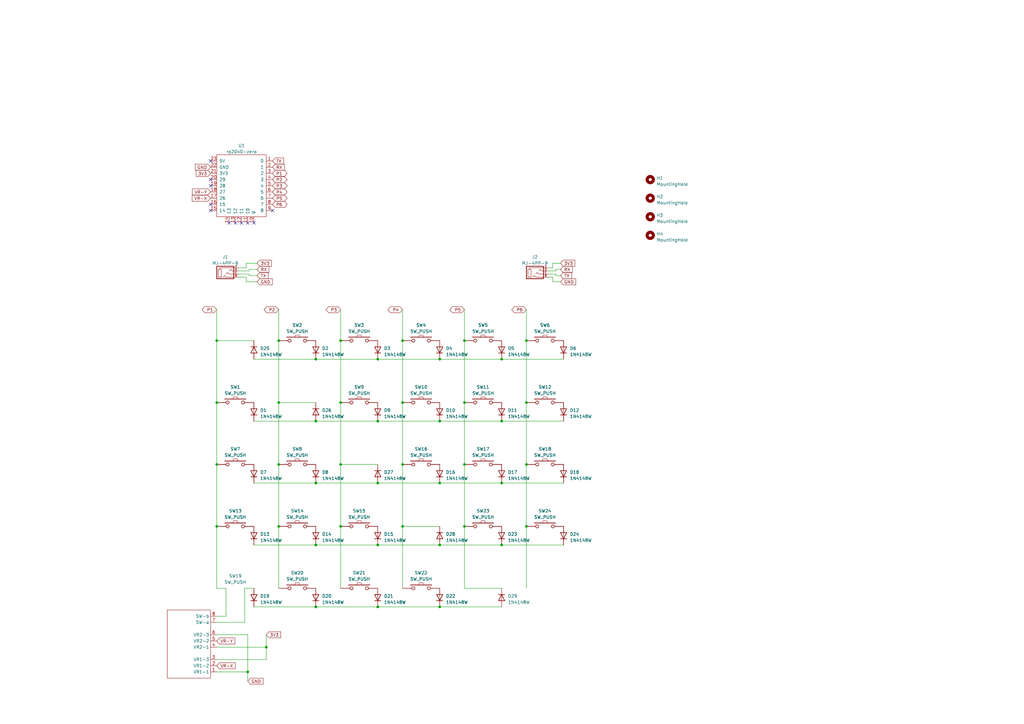
<source format=kicad_sch>
(kicad_sch (version 20230121) (generator eeschema)

  (uuid c0c72834-657e-4be4-bb6b-00fa169baa33)

  (paper "A3")

  (lib_symbols
    (symbol "Diode:1N4148W" (pin_numbers hide) (pin_names hide) (in_bom yes) (on_board yes)
      (property "Reference" "D" (at 0 2.54 0)
        (effects (font (size 1.27 1.27)))
      )
      (property "Value" "1N4148W" (at 0 -2.54 0)
        (effects (font (size 1.27 1.27)))
      )
      (property "Footprint" "Diode_SMD:D_SOD-123" (at 0 -4.445 0)
        (effects (font (size 1.27 1.27)) hide)
      )
      (property "Datasheet" "https://www.vishay.com/docs/85748/1n4148w.pdf" (at 0 0 0)
        (effects (font (size 1.27 1.27)) hide)
      )
      (property "Sim.Device" "D" (at 0 0 0)
        (effects (font (size 1.27 1.27)) hide)
      )
      (property "Sim.Pins" "1=K 2=A" (at 0 0 0)
        (effects (font (size 1.27 1.27)) hide)
      )
      (property "ki_keywords" "diode" (at 0 0 0)
        (effects (font (size 1.27 1.27)) hide)
      )
      (property "ki_description" "75V 0.15A Fast Switching Diode, SOD-123" (at 0 0 0)
        (effects (font (size 1.27 1.27)) hide)
      )
      (property "ki_fp_filters" "D*SOD?123*" (at 0 0 0)
        (effects (font (size 1.27 1.27)) hide)
      )
      (symbol "1N4148W_0_1"
        (polyline
          (pts
            (xy -1.27 1.27)
            (xy -1.27 -1.27)
          )
          (stroke (width 0.254) (type default))
          (fill (type none))
        )
        (polyline
          (pts
            (xy 1.27 0)
            (xy -1.27 0)
          )
          (stroke (width 0) (type default))
          (fill (type none))
        )
        (polyline
          (pts
            (xy 1.27 1.27)
            (xy 1.27 -1.27)
            (xy -1.27 0)
            (xy 1.27 1.27)
          )
          (stroke (width 0.254) (type default))
          (fill (type none))
        )
      )
      (symbol "1N4148W_1_1"
        (pin passive line (at -3.81 0 0) (length 2.54)
          (name "K" (effects (font (size 1.27 1.27))))
          (number "1" (effects (font (size 1.27 1.27))))
        )
        (pin passive line (at 3.81 0 180) (length 2.54)
          (name "A" (effects (font (size 1.27 1.27))))
          (number "2" (effects (font (size 1.27 1.27))))
        )
      )
    )
    (symbol "Mechanical:MountingHole" (pin_names (offset 1.016)) (in_bom yes) (on_board yes)
      (property "Reference" "H" (at 0 5.08 0)
        (effects (font (size 1.27 1.27)))
      )
      (property "Value" "MountingHole" (at 0 3.175 0)
        (effects (font (size 1.27 1.27)))
      )
      (property "Footprint" "" (at 0 0 0)
        (effects (font (size 1.27 1.27)) hide)
      )
      (property "Datasheet" "~" (at 0 0 0)
        (effects (font (size 1.27 1.27)) hide)
      )
      (property "ki_keywords" "mounting hole" (at 0 0 0)
        (effects (font (size 1.27 1.27)) hide)
      )
      (property "ki_description" "Mounting Hole without connection" (at 0 0 0)
        (effects (font (size 1.27 1.27)) hide)
      )
      (property "ki_fp_filters" "MountingHole*" (at 0 0 0)
        (effects (font (size 1.27 1.27)) hide)
      )
      (symbol "MountingHole_0_1"
        (circle (center 0 0) (radius 1.27)
          (stroke (width 1.27) (type default))
          (fill (type none))
        )
      )
    )
    (symbol "crides/kleeb/mcu:rp2040-zero" (pin_names (offset 1.016)) (in_bom yes) (on_board yes)
      (property "Reference" "U" (at 0 15.24 0)
        (effects (font (size 1.27 1.27)))
      )
      (property "Value" "rp2040-zero" (at 0 12.7 0)
        (effects (font (size 1.27 1.27)))
      )
      (property "Footprint" "" (at -8.89 5.08 0)
        (effects (font (size 1.27 1.27)) hide)
      )
      (property "Datasheet" "" (at -8.89 5.08 0)
        (effects (font (size 1.27 1.27)) hide)
      )
      (symbol "rp2040-zero_0_1"
        (rectangle (start -10.16 11.43) (end 10.16 -13.97)
          (stroke (width 0) (type default))
          (fill (type none))
        )
      )
      (symbol "rp2040-zero_1_1"
        (pin bidirectional line (at 12.7 8.89 180) (length 2.54)
          (name "0" (effects (font (size 1.27 1.27))))
          (number "1" (effects (font (size 1.27 1.27))))
        )
        (pin bidirectional line (at 5.08 -16.51 90) (length 2.54)
          (name "9" (effects (font (size 1.27 1.27))))
          (number "10" (effects (font (size 1.27 1.27))))
        )
        (pin bidirectional line (at 2.54 -16.51 90) (length 2.54)
          (name "10" (effects (font (size 1.27 1.27))))
          (number "11" (effects (font (size 1.27 1.27))))
        )
        (pin bidirectional line (at 0 -16.51 90) (length 2.54)
          (name "11" (effects (font (size 1.27 1.27))))
          (number "12" (effects (font (size 1.27 1.27))))
        )
        (pin bidirectional line (at -2.54 -16.51 90) (length 2.54)
          (name "12" (effects (font (size 1.27 1.27))))
          (number "13" (effects (font (size 1.27 1.27))))
        )
        (pin bidirectional line (at -5.08 -16.51 90) (length 2.54)
          (name "13" (effects (font (size 1.27 1.27))))
          (number "14" (effects (font (size 1.27 1.27))))
        )
        (pin bidirectional line (at -12.7 -11.43 0) (length 2.54)
          (name "14" (effects (font (size 1.27 1.27))))
          (number "15" (effects (font (size 1.27 1.27))))
        )
        (pin bidirectional line (at -12.7 -8.89 0) (length 2.54)
          (name "15" (effects (font (size 1.27 1.27))))
          (number "16" (effects (font (size 1.27 1.27))))
        )
        (pin bidirectional line (at -12.7 -6.35 0) (length 2.54)
          (name "26" (effects (font (size 1.27 1.27))))
          (number "17" (effects (font (size 1.27 1.27))))
        )
        (pin bidirectional line (at -12.7 -3.81 0) (length 2.54)
          (name "27" (effects (font (size 1.27 1.27))))
          (number "18" (effects (font (size 1.27 1.27))))
        )
        (pin bidirectional line (at -12.7 -1.27 0) (length 2.54)
          (name "28" (effects (font (size 1.27 1.27))))
          (number "19" (effects (font (size 1.27 1.27))))
        )
        (pin bidirectional line (at 12.7 6.35 180) (length 2.54)
          (name "1" (effects (font (size 1.27 1.27))))
          (number "2" (effects (font (size 1.27 1.27))))
        )
        (pin bidirectional line (at -12.7 1.27 0) (length 2.54)
          (name "29" (effects (font (size 1.27 1.27))))
          (number "20" (effects (font (size 1.27 1.27))))
        )
        (pin power_out line (at -12.7 3.81 0) (length 2.54)
          (name "3V3" (effects (font (size 1.27 1.27))))
          (number "21" (effects (font (size 1.27 1.27))))
        )
        (pin power_out line (at -12.7 6.35 0) (length 2.54)
          (name "GND" (effects (font (size 1.27 1.27))))
          (number "22" (effects (font (size 1.27 1.27))))
        )
        (pin power_out line (at -12.7 8.89 0) (length 2.54)
          (name "5V" (effects (font (size 1.27 1.27))))
          (number "23" (effects (font (size 1.27 1.27))))
        )
        (pin bidirectional line (at 12.7 3.81 180) (length 2.54)
          (name "2" (effects (font (size 1.27 1.27))))
          (number "3" (effects (font (size 1.27 1.27))))
        )
        (pin bidirectional line (at 12.7 1.27 180) (length 2.54)
          (name "3" (effects (font (size 1.27 1.27))))
          (number "4" (effects (font (size 1.27 1.27))))
        )
        (pin bidirectional line (at 12.7 -1.27 180) (length 2.54)
          (name "4" (effects (font (size 1.27 1.27))))
          (number "5" (effects (font (size 1.27 1.27))))
        )
        (pin bidirectional line (at 12.7 -3.81 180) (length 2.54)
          (name "5" (effects (font (size 1.27 1.27))))
          (number "6" (effects (font (size 1.27 1.27))))
        )
        (pin bidirectional line (at 12.7 -6.35 180) (length 2.54)
          (name "6" (effects (font (size 1.27 1.27))))
          (number "7" (effects (font (size 1.27 1.27))))
        )
        (pin bidirectional line (at 12.7 -8.89 180) (length 2.54)
          (name "7" (effects (font (size 1.27 1.27))))
          (number "8" (effects (font (size 1.27 1.27))))
        )
        (pin bidirectional line (at 12.7 -11.43 180) (length 2.54)
          (name "8" (effects (font (size 1.27 1.27))))
          (number "9" (effects (font (size 1.27 1.27))))
        )
      )
    )
    (symbol "foostan/kbd:MJ-4PP-9" (pin_names (offset 1.016)) (in_bom yes) (on_board yes)
      (property "Reference" "J" (at 0 3.81 0)
        (effects (font (size 1.27 1.27)))
      )
      (property "Value" "MJ-4PP-9" (at 0 -3.81 0)
        (effects (font (size 1.27 1.27)))
      )
      (property "Footprint" "" (at 6.985 4.445 0)
        (effects (font (size 1.27 1.27)) hide)
      )
      (property "Datasheet" "~" (at 6.985 4.445 0)
        (effects (font (size 1.27 1.27)) hide)
      )
      (property "ki_keywords" "audio jack receptable stereo headphones TRRS connector" (at 0 0 0)
        (effects (font (size 1.27 1.27)) hide)
      )
      (property "ki_description" "4-pin (audio) jack receptable (stereo + 4th pin/TRRS connector), compatible with PJ320A" (at 0 0 0)
        (effects (font (size 1.27 1.27)) hide)
      )
      (symbol "MJ-4PP-9_0_1"
        (rectangle (start -1.905 -1.905) (end -3.175 1.27)
          (stroke (width 0) (type solid))
          (fill (type none))
        )
        (polyline
          (pts
            (xy -2.54 1.27)
            (xy -2.54 1.905)
            (xy 3.175 1.905)
          )
          (stroke (width 0) (type solid))
          (fill (type none))
        )
        (polyline
          (pts
            (xy -1.27 -1.905)
            (xy -0.635 -1.27)
            (xy 0 -1.905)
            (xy 3.175 -1.905)
          )
          (stroke (width 0) (type solid))
          (fill (type none))
        )
        (polyline
          (pts
            (xy 0 -0.635)
            (xy 0.635 0)
            (xy 1.27 -0.635)
            (xy 3.175 -0.635)
          )
          (stroke (width 0) (type solid))
          (fill (type none))
        )
        (polyline
          (pts
            (xy 1.27 0.635)
            (xy 1.905 1.27)
            (xy 2.54 0.635)
            (xy 3.175 0.635)
          )
          (stroke (width 0) (type solid))
          (fill (type none))
        )
        (rectangle (start 3.175 2.54) (end -3.81 -2.54)
          (stroke (width 0.3048) (type solid))
          (fill (type none))
        )
      )
      (symbol "MJ-4PP-9_1_1"
        (pin input line (at 5.08 1.905 180) (length 2.0066)
          (name "~" (effects (font (size 0.508 0.508))))
          (number "A" (effects (font (size 0.7112 0.7112))))
        )
        (pin input line (at 5.08 -1.905 180) (length 2.0066)
          (name "~" (effects (font (size 0.508 0.508))))
          (number "B" (effects (font (size 0.7112 0.7112))))
        )
        (pin input line (at 5.08 -0.635 180) (length 2.0066)
          (name "~" (effects (font (size 0.508 0.508))))
          (number "C" (effects (font (size 0.7112 0.7112))))
        )
        (pin input line (at 5.08 0.635 180) (length 2.0066)
          (name "~" (effects (font (size 0.508 0.508))))
          (number "D" (effects (font (size 0.7112 0.7112))))
        )
      )
    )
    (symbol "foostan/kbd:SW_PUSH" (pin_numbers hide) (pin_names (offset 1.016) hide) (in_bom yes) (on_board yes)
      (property "Reference" "SW" (at 3.81 2.794 0)
        (effects (font (size 1.27 1.27)))
      )
      (property "Value" "SW_PUSH" (at 0 -2.032 0)
        (effects (font (size 1.27 1.27)))
      )
      (property "Footprint" "" (at 0 0 0)
        (effects (font (size 1.27 1.27)))
      )
      (property "Datasheet" "" (at 0 0 0)
        (effects (font (size 1.27 1.27)))
      )
      (symbol "SW_PUSH_0_1"
        (rectangle (start -4.318 1.27) (end 4.318 1.524)
          (stroke (width 0) (type solid))
          (fill (type none))
        )
        (polyline
          (pts
            (xy -1.016 1.524)
            (xy -0.762 2.286)
            (xy 0.762 2.286)
            (xy 1.016 1.524)
          )
          (stroke (width 0) (type solid))
          (fill (type none))
        )
        (pin passive inverted (at -7.62 0 0) (length 5.08)
          (name "1" (effects (font (size 1.27 1.27))))
          (number "1" (effects (font (size 1.27 1.27))))
        )
        (pin passive inverted (at 7.62 0 180) (length 5.08)
          (name "2" (effects (font (size 1.27 1.27))))
          (number "2" (effects (font (size 1.27 1.27))))
        )
      )
    )
    (symbol "sglib:RKJXV122400R" (in_bom yes) (on_board yes)
      (property "Reference" "U" (at 0 -5.08 0)
        (effects (font (size 1.27 1.27)))
      )
      (property "Value" "RKJXV122400R" (at 0 -7.62 0)
        (effects (font (size 1.27 1.27)))
      )
      (property "Footprint" "" (at 0 0 0)
        (effects (font (size 1.27 1.27)) hide)
      )
      (property "Datasheet" "" (at 0 0 0)
        (effects (font (size 1.27 1.27)) hide)
      )
      (symbol "RKJXV122400R_0_1"
        (rectangle (start -20.32 25.4) (end -2.54 -2.54)
          (stroke (width 0) (type default))
          (fill (type none))
        )
      )
      (symbol "RKJXV122400R_1_1"
        (pin input line (at 0 0 180) (length 2.54)
          (name "VR1-1" (effects (font (size 1.27 1.27))))
          (number "1" (effects (font (size 1.27 1.27))))
        )
        (pin input line (at 0 2.54 180) (length 2.54)
          (name "VR1-2" (effects (font (size 1.27 1.27))))
          (number "2" (effects (font (size 1.27 1.27))))
        )
        (pin input line (at 0 5.08 180) (length 2.54)
          (name "VR1-3" (effects (font (size 1.27 1.27))))
          (number "3" (effects (font (size 1.27 1.27))))
        )
        (pin input line (at 0 10.16 180) (length 2.54)
          (name "VR2-1" (effects (font (size 1.27 1.27))))
          (number "4" (effects (font (size 1.27 1.27))))
        )
        (pin input line (at 0 12.7 180) (length 2.54)
          (name "VR2-2" (effects (font (size 1.27 1.27))))
          (number "5" (effects (font (size 1.27 1.27))))
        )
        (pin input line (at 0 15.24 180) (length 2.54)
          (name "VR2-3" (effects (font (size 1.27 1.27))))
          (number "6" (effects (font (size 1.27 1.27))))
        )
        (pin input line (at 0 20.32 180) (length 2.54)
          (name "SW-a" (effects (font (size 1.27 1.27))))
          (number "7" (effects (font (size 1.27 1.27))))
        )
        (pin input line (at 0 22.86 180) (length 2.54)
          (name "SW-b" (effects (font (size 1.27 1.27))))
          (number "8" (effects (font (size 1.27 1.27))))
        )
      )
    )
  )

  (junction (at 114.3 190.5) (diameter 0) (color 0 0 0 0)
    (uuid 0055416a-7935-46c8-95f0-46d35c5423f3)
  )
  (junction (at 88.9 190.5) (diameter 0) (color 0 0 0 0)
    (uuid 03cf3370-28ff-43ec-8989-6d6e45a6e6d9)
  )
  (junction (at 215.9 190.5) (diameter 0) (color 0 0 0 0)
    (uuid 0cda47cc-f372-48de-8e76-e5d19042c40b)
  )
  (junction (at 180.34 172.72) (diameter 0) (color 0 0 0 0)
    (uuid 1f12d58c-861a-4f50-a8c0-0a78017238fb)
  )
  (junction (at 139.7 215.9) (diameter 0) (color 0 0 0 0)
    (uuid 2eed970b-647e-4f36-9549-c9e4f7cc66fe)
  )
  (junction (at 109.22 265.43) (diameter 0) (color 0 0 0 0)
    (uuid 3185937e-0afe-4466-ac3f-d96eae356bfc)
  )
  (junction (at 205.74 198.12) (diameter 0) (color 0 0 0 0)
    (uuid 3711a439-7b75-407c-b73b-8f9130080e26)
  )
  (junction (at 215.9 139.7) (diameter 0) (color 0 0 0 0)
    (uuid 3c291794-c325-46de-962e-039343151e5e)
  )
  (junction (at 139.7 165.1) (diameter 0) (color 0 0 0 0)
    (uuid 3d58278e-10ed-418d-9fe6-f6c66eee4070)
  )
  (junction (at 154.94 198.12) (diameter 0) (color 0 0 0 0)
    (uuid 414ab7e1-3606-40ec-880b-3ce92f273a85)
  )
  (junction (at 129.54 172.72) (diameter 0) (color 0 0 0 0)
    (uuid 456d6e23-439d-4c18-8f40-67051066389e)
  )
  (junction (at 154.94 147.32) (diameter 0) (color 0 0 0 0)
    (uuid 46b86a2c-f3a6-4351-9aee-abad531e4c14)
  )
  (junction (at 205.74 223.52) (diameter 0) (color 0 0 0 0)
    (uuid 46fb4995-6871-48f1-8b04-5f8f24a68a3e)
  )
  (junction (at 88.9 165.1) (diameter 0) (color 0 0 0 0)
    (uuid 550ec03c-26d1-4c25-a8ef-2ac014cb8cfb)
  )
  (junction (at 205.74 147.32) (diameter 0) (color 0 0 0 0)
    (uuid 55df7f83-0605-4a53-95b8-f9be8b86a48e)
  )
  (junction (at 154.94 248.92) (diameter 0) (color 0 0 0 0)
    (uuid 5809a555-5274-4564-9e3d-b9db2df9e679)
  )
  (junction (at 215.9 165.1) (diameter 0) (color 0 0 0 0)
    (uuid 61eeb10f-b77e-480f-b102-243ea84d8ec5)
  )
  (junction (at 165.1 190.5) (diameter 0) (color 0 0 0 0)
    (uuid 63be7c9a-d65e-46f9-82b5-1fa947b64193)
  )
  (junction (at 129.54 248.92) (diameter 0) (color 0 0 0 0)
    (uuid 70cc2d03-3958-4ed4-b601-94c0c354ddfd)
  )
  (junction (at 139.7 139.7) (diameter 0) (color 0 0 0 0)
    (uuid 792b9c75-a0b9-40ad-b264-daa4538ad578)
  )
  (junction (at 190.5 215.9) (diameter 0) (color 0 0 0 0)
    (uuid 81125cfa-cc48-41f9-adde-4589c0bfc196)
  )
  (junction (at 215.9 215.9) (diameter 0) (color 0 0 0 0)
    (uuid 839461d7-5e06-4b5b-b402-e09780a092d7)
  )
  (junction (at 180.34 223.52) (diameter 0) (color 0 0 0 0)
    (uuid 854262d7-68a3-4a7d-ace3-acd963231ec9)
  )
  (junction (at 114.3 139.7) (diameter 0) (color 0 0 0 0)
    (uuid 94342ef2-82a0-4a48-813e-c09e173d7557)
  )
  (junction (at 114.3 215.9) (diameter 0) (color 0 0 0 0)
    (uuid 9a8a0c64-9054-4694-9271-969f6b156223)
  )
  (junction (at 180.34 198.12) (diameter 0) (color 0 0 0 0)
    (uuid a6f96819-177d-49b0-8a15-784501782598)
  )
  (junction (at 154.94 172.72) (diameter 0) (color 0 0 0 0)
    (uuid a7341bfd-2da3-48a2-bf2b-86d89e22d9f0)
  )
  (junction (at 114.3 165.1) (diameter 0) (color 0 0 0 0)
    (uuid af9646c0-1c71-4222-8bd5-673e050852b7)
  )
  (junction (at 165.1 215.9) (diameter 0) (color 0 0 0 0)
    (uuid bc4f46ae-ea77-4b8d-9389-89e117d521e5)
  )
  (junction (at 88.9 215.9) (diameter 0) (color 0 0 0 0)
    (uuid bcf111a6-3f2b-40bf-83b9-0681d7104b95)
  )
  (junction (at 139.7 190.5) (diameter 0) (color 0 0 0 0)
    (uuid c0af1ec4-b05a-4f4a-8b6e-c3bd1ddc4726)
  )
  (junction (at 190.5 190.5) (diameter 0) (color 0 0 0 0)
    (uuid c132f891-9518-4fad-9c15-6d23af826dc7)
  )
  (junction (at 165.1 139.7) (diameter 0) (color 0 0 0 0)
    (uuid c7118d1f-d8cb-4824-9a81-1db67733c2ab)
  )
  (junction (at 154.94 223.52) (diameter 0) (color 0 0 0 0)
    (uuid c87c94d5-a361-4a72-b084-124d28951521)
  )
  (junction (at 190.5 165.1) (diameter 0) (color 0 0 0 0)
    (uuid cf9a1129-bc74-4fa5-862c-9dd62934573f)
  )
  (junction (at 129.54 223.52) (diameter 0) (color 0 0 0 0)
    (uuid cfd70ff5-0c63-4a81-b389-6a0fac895e80)
  )
  (junction (at 205.74 172.72) (diameter 0) (color 0 0 0 0)
    (uuid d01722aa-c143-4108-9716-f9a7224baa92)
  )
  (junction (at 180.34 147.32) (diameter 0) (color 0 0 0 0)
    (uuid d1fd98b2-0011-45d9-b236-56b5eabac3bd)
  )
  (junction (at 101.6 275.59) (diameter 0) (color 0 0 0 0)
    (uuid d4202311-ccaf-4142-b9dc-a8fb046f74ba)
  )
  (junction (at 88.9 139.7) (diameter 0) (color 0 0 0 0)
    (uuid d8d2a2fc-1221-4a52-bd1b-644aca227d1c)
  )
  (junction (at 165.1 165.1) (diameter 0) (color 0 0 0 0)
    (uuid da450b54-ec46-4620-9dda-1862a2bc0cf0)
  )
  (junction (at 129.54 147.32) (diameter 0) (color 0 0 0 0)
    (uuid e26e5a71-1110-4b74-90e3-c50736130b52)
  )
  (junction (at 180.34 248.92) (diameter 0) (color 0 0 0 0)
    (uuid f21fc797-7537-4051-8446-0ecead23d52e)
  )
  (junction (at 129.54 198.12) (diameter 0) (color 0 0 0 0)
    (uuid f5a155ed-2dce-40a4-be25-6aeba0185ac4)
  )
  (junction (at 190.5 139.7) (diameter 0) (color 0 0 0 0)
    (uuid ff0e2ae1-63e2-4bdf-bb48-19600aca2b7a)
  )

  (no_connect (at 86.36 83.82) (uuid 079159a7-d9bc-4d50-a453-be5bc9f33ed3))
  (no_connect (at 101.6 91.44) (uuid 4ecb7558-1aea-4d5f-a1a2-a14dd78ed580))
  (no_connect (at 111.76 86.36) (uuid 57232327-a602-4205-9de5-147dadcfe480))
  (no_connect (at 86.36 66.04) (uuid 5852db0e-a8dd-4a61-a850-8bb31e54e3c6))
  (no_connect (at 93.98 91.44) (uuid 5b530c46-a951-4c0d-a7ca-f2b78e338101))
  (no_connect (at 104.14 91.44) (uuid 954d2901-dfc0-47d6-9f94-371091f285a1))
  (no_connect (at 96.52 91.44) (uuid a3957fd1-4082-419b-bea5-377cc17b576b))
  (no_connect (at 86.36 76.2) (uuid c22e84a5-7ef7-43a0-9de3-3fdbc6eb76e6))
  (no_connect (at 99.06 91.44) (uuid e694e1a9-9b84-4d36-9e4e-c358a72fa214))
  (no_connect (at 86.36 73.66) (uuid f8939d2e-e82c-468b-82eb-5e9e83b2d2c9))
  (no_connect (at 86.36 86.36) (uuid fdf68df2-6ca5-4bbe-8758-75c883815d8c))

  (wire (pts (xy 139.7 165.1) (xy 139.7 190.5))
    (stroke (width 0) (type default))
    (uuid 074079ba-1738-49d8-8e82-2cb98bcd48ef)
  )
  (wire (pts (xy 226.695 113.665) (xy 226.695 115.57))
    (stroke (width 0) (type default))
    (uuid 08b05f15-5d24-4290-a914-10ea1d3a058c)
  )
  (wire (pts (xy 165.1 190.5) (xy 165.1 215.9))
    (stroke (width 0) (type default))
    (uuid 08d4c1cc-0489-433e-8d10-7c0ebe92e0f8)
  )
  (wire (pts (xy 180.34 172.72) (xy 205.74 172.72))
    (stroke (width 0) (type default))
    (uuid 0b711b10-c0c8-4eab-930b-0e0b701001d5)
  )
  (wire (pts (xy 100.33 255.27) (xy 88.9 255.27))
    (stroke (width 0) (type default))
    (uuid 0bf06117-6c9d-45eb-a940-23b894b3abe0)
  )
  (wire (pts (xy 154.94 172.72) (xy 180.34 172.72))
    (stroke (width 0) (type default))
    (uuid 0f62eeee-94e4-4003-8323-d7b7ce3972fc)
  )
  (wire (pts (xy 88.9 139.7) (xy 104.14 139.7))
    (stroke (width 0) (type default))
    (uuid 0ffd2997-62a1-4076-aefb-a2a477c836fd)
  )
  (wire (pts (xy 88.9 139.7) (xy 88.9 165.1))
    (stroke (width 0) (type default))
    (uuid 13ad2834-6a24-4e46-bebb-78ad5cafeff4)
  )
  (wire (pts (xy 109.22 265.43) (xy 109.22 260.35))
    (stroke (width 0) (type default))
    (uuid 17563456-9cfd-4e8e-8a98-8fe5f71729f6)
  )
  (wire (pts (xy 104.14 198.12) (xy 129.54 198.12))
    (stroke (width 0) (type default))
    (uuid 176a6923-bd54-4c9a-ba92-d9b8ccf6dc17)
  )
  (wire (pts (xy 100.965 109.855) (xy 100.965 107.95))
    (stroke (width 0) (type default))
    (uuid 19d9eb7b-6b02-4693-a5b1-c87dec510fee)
  )
  (wire (pts (xy 224.79 113.665) (xy 226.695 113.665))
    (stroke (width 0) (type default))
    (uuid 1c0f8b0d-7d53-40ce-bddd-3c72da4dfdfa)
  )
  (wire (pts (xy 88.9 165.1) (xy 88.9 190.5))
    (stroke (width 0) (type default))
    (uuid 1f143565-0d44-4d22-8887-2d811c6ac0f7)
  )
  (wire (pts (xy 97.79 112.395) (xy 102.235 112.395))
    (stroke (width 0) (type default))
    (uuid 20f0c68e-d020-478d-a0e0-c28b4bd709ee)
  )
  (wire (pts (xy 88.9 270.51) (xy 109.22 270.51))
    (stroke (width 0) (type default))
    (uuid 21653486-d15e-4dad-a297-9024c4da9d15)
  )
  (wire (pts (xy 100.965 107.95) (xy 105.41 107.95))
    (stroke (width 0) (type default))
    (uuid 25ab47ac-9b26-4e5d-9bfc-22a412527774)
  )
  (wire (pts (xy 104.14 172.72) (xy 129.54 172.72))
    (stroke (width 0) (type default))
    (uuid 2771d567-4f42-4984-8502-805c0996fcef)
  )
  (wire (pts (xy 104.14 248.92) (xy 129.54 248.92))
    (stroke (width 0) (type default))
    (uuid 283fdc62-fcec-49b0-8baa-c4b149721191)
  )
  (wire (pts (xy 109.22 270.51) (xy 109.22 265.43))
    (stroke (width 0) (type default))
    (uuid 2a1302e0-a8e7-42c2-aaf5-edf5f47c29de)
  )
  (wire (pts (xy 139.7 190.5) (xy 139.7 215.9))
    (stroke (width 0) (type default))
    (uuid 2b9f19e4-ecfe-42e0-9386-5486d70d1baa)
  )
  (wire (pts (xy 226.695 115.57) (xy 229.87 115.57))
    (stroke (width 0) (type default))
    (uuid 30e38aee-3a0f-4792-8f5c-8996fa3f199a)
  )
  (wire (pts (xy 205.74 147.32) (xy 231.14 147.32))
    (stroke (width 0) (type default))
    (uuid 332a717c-eb2d-4f27-9a03-45facca50b37)
  )
  (wire (pts (xy 139.7 139.7) (xy 139.7 165.1))
    (stroke (width 0) (type default))
    (uuid 37aeb762-84db-4d69-8a9f-33ead83fde3a)
  )
  (wire (pts (xy 215.9 139.7) (xy 215.9 165.1))
    (stroke (width 0) (type default))
    (uuid 396bd6f4-876d-4192-b7c7-dd941669ccad)
  )
  (wire (pts (xy 88.9 265.43) (xy 109.22 265.43))
    (stroke (width 0) (type default))
    (uuid 39e52394-d336-4dc9-ae22-6080e02cfadd)
  )
  (wire (pts (xy 139.7 215.9) (xy 139.7 241.3))
    (stroke (width 0) (type default))
    (uuid 3a8d4416-c156-40f9-b597-602f8c6aff47)
  )
  (wire (pts (xy 215.9 190.5) (xy 215.9 215.9))
    (stroke (width 0) (type default))
    (uuid 3fe659b5-61f7-4427-89c1-5f547d89e228)
  )
  (wire (pts (xy 102.235 111.125) (xy 102.235 110.49))
    (stroke (width 0) (type default))
    (uuid 4241bab0-a449-48f8-badf-41af1303c946)
  )
  (wire (pts (xy 100.965 113.665) (xy 100.965 115.57))
    (stroke (width 0) (type default))
    (uuid 45b28185-1154-4c82-8b62-7fb4ef3b43e0)
  )
  (wire (pts (xy 205.74 172.72) (xy 231.14 172.72))
    (stroke (width 0) (type default))
    (uuid 494c410f-14fb-412a-83e9-3ca1e9238dbd)
  )
  (wire (pts (xy 129.54 223.52) (xy 154.94 223.52))
    (stroke (width 0) (type default))
    (uuid 4aca3576-ce0b-43c6-b2ea-92069f4229a3)
  )
  (wire (pts (xy 205.74 223.52) (xy 231.14 223.52))
    (stroke (width 0) (type default))
    (uuid 4ee46ba5-b3d1-4c26-bbf7-e490c2d2e028)
  )
  (wire (pts (xy 139.7 127) (xy 139.7 139.7))
    (stroke (width 0) (type default))
    (uuid 4f1c0b8a-feaa-40b2-b790-fefaa1a20eea)
  )
  (wire (pts (xy 224.79 112.395) (xy 227.965 112.395))
    (stroke (width 0) (type default))
    (uuid 516c4aeb-8c6b-4244-8efc-bbc3ba9157a1)
  )
  (wire (pts (xy 190.5 215.9) (xy 190.5 241.3))
    (stroke (width 0) (type default))
    (uuid 56adbfed-b834-404a-903e-a59fd9c17813)
  )
  (wire (pts (xy 154.94 147.32) (xy 180.34 147.32))
    (stroke (width 0) (type default))
    (uuid 5785ad28-380d-46ab-b7aa-8fc6c15583f6)
  )
  (wire (pts (xy 101.6 275.59) (xy 101.6 279.4))
    (stroke (width 0) (type default))
    (uuid 5805b531-a4af-488f-bc39-0673e7c3e8c8)
  )
  (wire (pts (xy 88.9 260.35) (xy 101.6 260.35))
    (stroke (width 0) (type default))
    (uuid 5af4bc13-3595-4efc-9a7d-c7c05aeb33d4)
  )
  (wire (pts (xy 104.14 147.32) (xy 129.54 147.32))
    (stroke (width 0) (type default))
    (uuid 5f487e37-280c-413f-98e2-42d6b58ae0bd)
  )
  (wire (pts (xy 215.9 127) (xy 215.9 139.7))
    (stroke (width 0) (type default))
    (uuid 6157ed07-218e-4997-8691-7e8b5b6d4af2)
  )
  (wire (pts (xy 97.79 111.125) (xy 102.235 111.125))
    (stroke (width 0) (type default))
    (uuid 62d77cbe-6e68-45c5-8c46-1f2cd2d83175)
  )
  (wire (pts (xy 215.9 215.9) (xy 215.9 241.3))
    (stroke (width 0) (type default))
    (uuid 65da11a1-997e-4ee7-965e-ea7e6c117a47)
  )
  (wire (pts (xy 129.54 198.12) (xy 154.94 198.12))
    (stroke (width 0) (type default))
    (uuid 662c033e-1c12-4073-ab5c-ca4c5deb83b3)
  )
  (wire (pts (xy 190.5 165.1) (xy 190.5 190.5))
    (stroke (width 0) (type default))
    (uuid 673d9f1e-4546-4e0a-9d2d-6d0686866e1a)
  )
  (wire (pts (xy 92.71 241.3) (xy 88.9 241.3))
    (stroke (width 0) (type default))
    (uuid 68663cad-7015-4899-8cbb-34319913ed4b)
  )
  (wire (pts (xy 165.1 215.9) (xy 165.1 241.3))
    (stroke (width 0) (type default))
    (uuid 70df34c5-9660-4a0f-82ff-5d4b63298bee)
  )
  (wire (pts (xy 227.965 110.49) (xy 229.87 110.49))
    (stroke (width 0) (type default))
    (uuid 72c80e52-ad30-46fb-ae77-0e57b05c0736)
  )
  (wire (pts (xy 165.1 165.1) (xy 165.1 190.5))
    (stroke (width 0) (type default))
    (uuid 73273436-4bf7-4d80-9fa2-c67c94fc60f4)
  )
  (wire (pts (xy 215.9 165.1) (xy 215.9 190.5))
    (stroke (width 0) (type default))
    (uuid 7363f644-3afb-4b41-a435-5e7a3a3d3dde)
  )
  (wire (pts (xy 154.94 198.12) (xy 180.34 198.12))
    (stroke (width 0) (type default))
    (uuid 75869ced-51e6-4fb3-a208-d2ab72654088)
  )
  (wire (pts (xy 114.3 139.7) (xy 114.3 165.1))
    (stroke (width 0) (type default))
    (uuid 769b7fcf-990a-44e4-9a6d-8cdfbbf4eed3)
  )
  (wire (pts (xy 226.695 107.95) (xy 229.87 107.95))
    (stroke (width 0) (type default))
    (uuid 7be00b3e-76f2-453f-842a-b4cc3bffcc7c)
  )
  (wire (pts (xy 97.79 113.665) (xy 100.965 113.665))
    (stroke (width 0) (type default))
    (uuid 7bf1398a-4a62-4650-9a52-a046638b3c86)
  )
  (wire (pts (xy 97.79 109.855) (xy 100.965 109.855))
    (stroke (width 0) (type default))
    (uuid 7c1b6c6e-7ea0-4200-9718-b746ae90bf16)
  )
  (wire (pts (xy 88.9 190.5) (xy 88.9 215.9))
    (stroke (width 0) (type default))
    (uuid 7ee6b1e2-2bb4-4841-9e11-a12c3d727459)
  )
  (wire (pts (xy 129.54 147.32) (xy 154.94 147.32))
    (stroke (width 0) (type default))
    (uuid 7ff4b3a7-2f6d-4603-a668-0c8d21a96f48)
  )
  (wire (pts (xy 180.34 198.12) (xy 205.74 198.12))
    (stroke (width 0) (type default))
    (uuid 8289b3d1-94af-48f0-8698-6291c2ef2697)
  )
  (wire (pts (xy 190.5 241.3) (xy 205.74 241.3))
    (stroke (width 0) (type default))
    (uuid 878e3ed3-af3f-460f-abee-d47af78b74be)
  )
  (wire (pts (xy 88.9 215.9) (xy 88.9 241.3))
    (stroke (width 0) (type default))
    (uuid 895f6e46-4ed0-4c13-8112-5696b8aee672)
  )
  (wire (pts (xy 114.3 165.1) (xy 114.3 190.5))
    (stroke (width 0) (type default))
    (uuid 8b8b0051-83dd-4d88-90bb-f2800cf6cb52)
  )
  (wire (pts (xy 227.965 111.125) (xy 227.965 110.49))
    (stroke (width 0) (type default))
    (uuid 9234bbe1-f7df-4a9a-8223-4ac68f3be10e)
  )
  (wire (pts (xy 190.5 190.5) (xy 190.5 215.9))
    (stroke (width 0) (type default))
    (uuid 94a16a6b-5601-41ef-8efb-cd668c748baa)
  )
  (wire (pts (xy 102.235 113.03) (xy 105.41 113.03))
    (stroke (width 0) (type default))
    (uuid 9634ac43-437a-418d-99b3-46e1263c611d)
  )
  (wire (pts (xy 139.7 190.5) (xy 154.94 190.5))
    (stroke (width 0) (type default))
    (uuid 9b8bd0f8-e20a-4704-a7ce-2874473b4f9f)
  )
  (wire (pts (xy 154.94 248.92) (xy 180.34 248.92))
    (stroke (width 0) (type default))
    (uuid a2e066f2-bc05-4b41-be08-ad801297f19c)
  )
  (wire (pts (xy 180.34 248.92) (xy 205.74 248.92))
    (stroke (width 0) (type default))
    (uuid a32cce9e-618d-4244-827a-7bd7ff45a3c4)
  )
  (wire (pts (xy 114.3 127) (xy 114.3 139.7))
    (stroke (width 0) (type default))
    (uuid a4b9748b-3e50-44e1-b632-040cc9d47b52)
  )
  (wire (pts (xy 101.6 260.35) (xy 101.6 275.59))
    (stroke (width 0) (type default))
    (uuid a79bea47-8b8b-42eb-8c1c-2044bac8a763)
  )
  (wire (pts (xy 114.3 215.9) (xy 114.3 241.3))
    (stroke (width 0) (type default))
    (uuid ab2ed09d-a49b-4827-968d-2572715d3f6d)
  )
  (wire (pts (xy 114.3 190.5) (xy 114.3 215.9))
    (stroke (width 0) (type default))
    (uuid b272426e-3dce-4e51-b804-bbaab969c867)
  )
  (wire (pts (xy 88.9 127) (xy 88.9 139.7))
    (stroke (width 0) (type default))
    (uuid b4c75444-48aa-4f3f-ab89-4b9dd18aaaa9)
  )
  (wire (pts (xy 224.79 111.125) (xy 227.965 111.125))
    (stroke (width 0) (type default))
    (uuid b50aa65c-9fbb-4518-b670-3e9e583a1ff0)
  )
  (wire (pts (xy 114.3 165.1) (xy 129.54 165.1))
    (stroke (width 0) (type default))
    (uuid b63f4a9f-875e-4838-b891-f779336b0d71)
  )
  (wire (pts (xy 165.1 215.9) (xy 180.34 215.9))
    (stroke (width 0) (type default))
    (uuid bb01246c-4230-4d94-b6c1-5ffab3edba3a)
  )
  (wire (pts (xy 205.74 198.12) (xy 231.14 198.12))
    (stroke (width 0) (type default))
    (uuid c0a20b87-ef40-4511-b917-56f9164e8ef5)
  )
  (wire (pts (xy 104.14 223.52) (xy 129.54 223.52))
    (stroke (width 0) (type default))
    (uuid c0a87c67-f94a-44b5-9b1f-5ff015425d3a)
  )
  (wire (pts (xy 129.54 248.92) (xy 154.94 248.92))
    (stroke (width 0) (type default))
    (uuid c36caab9-ee1f-4674-a41f-18fa340130a0)
  )
  (wire (pts (xy 227.965 112.395) (xy 227.965 113.03))
    (stroke (width 0) (type default))
    (uuid c40e232f-82a1-4491-b077-48d1e1a9be65)
  )
  (wire (pts (xy 88.9 275.59) (xy 101.6 275.59))
    (stroke (width 0) (type default))
    (uuid c7858555-31f6-4f80-9ca2-49b9254c54c8)
  )
  (wire (pts (xy 92.71 252.73) (xy 92.71 241.3))
    (stroke (width 0) (type default))
    (uuid cb60e570-12ef-45a5-81ba-63869c509ff7)
  )
  (wire (pts (xy 100.965 115.57) (xy 105.41 115.57))
    (stroke (width 0) (type default))
    (uuid cf726775-09e8-4ff8-8469-70637930797b)
  )
  (wire (pts (xy 104.14 241.3) (xy 100.33 241.3))
    (stroke (width 0) (type default))
    (uuid d0a20e3f-be8e-459d-8b4c-300e9ef1f1e8)
  )
  (wire (pts (xy 102.235 112.395) (xy 102.235 113.03))
    (stroke (width 0) (type default))
    (uuid d425b245-f588-4f44-a347-6c99a4354da0)
  )
  (wire (pts (xy 190.5 127) (xy 190.5 139.7))
    (stroke (width 0) (type default))
    (uuid d57d8c75-79ae-4c97-b4fd-2487faaa75ae)
  )
  (wire (pts (xy 226.695 109.855) (xy 226.695 107.95))
    (stroke (width 0) (type default))
    (uuid d7470c50-c3fe-4936-af21-e49a05935157)
  )
  (wire (pts (xy 102.235 110.49) (xy 105.41 110.49))
    (stroke (width 0) (type default))
    (uuid e6e2c2c6-02ce-4119-b0ac-886328f089c9)
  )
  (wire (pts (xy 154.94 223.52) (xy 180.34 223.52))
    (stroke (width 0) (type default))
    (uuid e8f392d6-1361-4028-b181-d12e853c988b)
  )
  (wire (pts (xy 180.34 147.32) (xy 205.74 147.32))
    (stroke (width 0) (type default))
    (uuid ea9810d4-7e3d-472d-8a75-e1f8211a1831)
  )
  (wire (pts (xy 180.34 223.52) (xy 205.74 223.52))
    (stroke (width 0) (type default))
    (uuid ed142846-68e2-42c0-b96b-d6542635e6a6)
  )
  (wire (pts (xy 190.5 139.7) (xy 190.5 165.1))
    (stroke (width 0) (type default))
    (uuid ef19f65b-4ba9-48d2-81ac-04d450882d47)
  )
  (wire (pts (xy 165.1 139.7) (xy 165.1 165.1))
    (stroke (width 0) (type default))
    (uuid ef417a7f-2565-481d-860e-736308953281)
  )
  (wire (pts (xy 165.1 127) (xy 165.1 139.7))
    (stroke (width 0) (type default))
    (uuid effd6255-fef5-4879-a3de-3d5ac3483bd8)
  )
  (wire (pts (xy 100.33 241.3) (xy 100.33 255.27))
    (stroke (width 0) (type default))
    (uuid f1964309-6c30-4d6a-8038-ceb82d357609)
  )
  (wire (pts (xy 227.965 113.03) (xy 229.87 113.03))
    (stroke (width 0) (type default))
    (uuid f46ac9e6-2f48-443a-8f40-93df99775653)
  )
  (wire (pts (xy 224.79 109.855) (xy 226.695 109.855))
    (stroke (width 0) (type default))
    (uuid f46e92c7-a7cf-47fd-8b01-c854a454cac1)
  )
  (wire (pts (xy 88.9 252.73) (xy 92.71 252.73))
    (stroke (width 0) (type default))
    (uuid f4a53c5f-b136-4f9e-8bb8-050b5437dfea)
  )
  (wire (pts (xy 129.54 172.72) (xy 154.94 172.72))
    (stroke (width 0) (type default))
    (uuid f9c932f2-8333-48ed-865c-e00e7932f93e)
  )

  (global_label "P2" (shape bidirectional) (at 111.76 73.66 0) (fields_autoplaced)
    (effects (font (size 1.27 1.27)) (justify left))
    (uuid 025a9154-479a-43d4-bcae-2882cd73cf13)
    (property "Intersheetrefs" "${INTERSHEET_REFS}" (at 118.2566 73.66 0)
      (effects (font (size 1.27 1.27)) (justify left) hide)
    )
  )
  (global_label "P5" (shape bidirectional) (at 111.76 81.28 0) (fields_autoplaced)
    (effects (font (size 1.27 1.27)) (justify left))
    (uuid 0df66a00-6b68-4cd7-a4d0-ac6555631679)
    (property "Intersheetrefs" "${INTERSHEET_REFS}" (at 118.2566 81.28 0)
      (effects (font (size 1.27 1.27)) (justify left) hide)
    )
  )
  (global_label "RX" (shape input) (at 105.41 110.49 0) (fields_autoplaced)
    (effects (font (size 1.27 1.27)) (justify left))
    (uuid 156102ea-6c98-4255-bd64-af444101cba4)
    (property "Intersheetrefs" "${INTERSHEET_REFS}" (at 110.7953 110.49 0)
      (effects (font (size 1.27 1.27)) (justify left) hide)
    )
  )
  (global_label "GND" (shape input) (at 86.36 68.58 180) (fields_autoplaced)
    (effects (font (size 1.27 1.27)) (justify right))
    (uuid 18d9b9e7-7d2b-4d19-a8f6-e9aaa701e10d)
    (property "Intersheetrefs" "${INTERSHEET_REFS}" (at 79.5837 68.58 0)
      (effects (font (size 1.27 1.27)) (justify right) hide)
    )
  )
  (global_label "P3" (shape bidirectional) (at 139.7 127 180) (fields_autoplaced)
    (effects (font (size 1.27 1.27)) (justify right))
    (uuid 1c340855-89f1-4c5f-86f0-08cd135d70d2)
    (property "Intersheetrefs" "${INTERSHEET_REFS}" (at 133.2034 127 0)
      (effects (font (size 1.27 1.27)) (justify right) hide)
    )
  )
  (global_label "P1" (shape bidirectional) (at 88.9 127 180) (fields_autoplaced)
    (effects (font (size 1.27 1.27)) (justify right))
    (uuid 1eddeeb8-6e12-4f04-a90e-8c7e342f2ba0)
    (property "Intersheetrefs" "${INTERSHEET_REFS}" (at 82.4034 127 0)
      (effects (font (size 1.27 1.27)) (justify right) hide)
    )
  )
  (global_label "P4" (shape bidirectional) (at 111.76 78.74 0) (fields_autoplaced)
    (effects (font (size 1.27 1.27)) (justify left))
    (uuid 2a376b04-fbb2-4a72-ae9a-14afd92aad23)
    (property "Intersheetrefs" "${INTERSHEET_REFS}" (at 118.2566 78.74 0)
      (effects (font (size 1.27 1.27)) (justify left) hide)
    )
  )
  (global_label "3V3" (shape input) (at 105.41 107.95 0) (fields_autoplaced)
    (effects (font (size 1.27 1.27)) (justify left))
    (uuid 2b7829f7-5f1f-49c4-8283-1e6fd4adebfd)
    (property "Intersheetrefs" "${INTERSHEET_REFS}" (at 111.8234 107.95 0)
      (effects (font (size 1.27 1.27)) (justify left) hide)
    )
  )
  (global_label "TX" (shape input) (at 229.87 113.03 0) (fields_autoplaced)
    (effects (font (size 1.27 1.27)) (justify left))
    (uuid 2cb08000-efb3-46cf-8a1d-293a200b41e0)
    (property "Intersheetrefs" "${INTERSHEET_REFS}" (at 234.9529 113.03 0)
      (effects (font (size 1.27 1.27)) (justify left) hide)
    )
  )
  (global_label "P2" (shape bidirectional) (at 114.3 127 180) (fields_autoplaced)
    (effects (font (size 1.27 1.27)) (justify right))
    (uuid 4114bf6a-dd29-48be-af8f-fb75c3473a01)
    (property "Intersheetrefs" "${INTERSHEET_REFS}" (at 107.8034 127 0)
      (effects (font (size 1.27 1.27)) (justify right) hide)
    )
  )
  (global_label "P3" (shape bidirectional) (at 111.76 76.2 0) (fields_autoplaced)
    (effects (font (size 1.27 1.27)) (justify left))
    (uuid 5020402a-68a3-40ac-bc35-cbe4d951c341)
    (property "Intersheetrefs" "${INTERSHEET_REFS}" (at 118.2566 76.2 0)
      (effects (font (size 1.27 1.27)) (justify left) hide)
    )
  )
  (global_label "VR-X" (shape input) (at 88.9 273.05 0) (fields_autoplaced)
    (effects (font (size 1.27 1.27)) (justify left))
    (uuid 527539d0-d116-49e9-8e40-7ba5fdc4e371)
    (property "Intersheetrefs" "${INTERSHEET_REFS}" (at 96.9463 273.05 0)
      (effects (font (size 1.27 1.27)) (justify left) hide)
    )
  )
  (global_label "RX" (shape input) (at 229.87 110.49 0) (fields_autoplaced)
    (effects (font (size 1.27 1.27)) (justify left))
    (uuid 5e6c52bc-b2a6-4efc-a383-823e7071cbaf)
    (property "Intersheetrefs" "${INTERSHEET_REFS}" (at 235.2553 110.49 0)
      (effects (font (size 1.27 1.27)) (justify left) hide)
    )
  )
  (global_label "GND" (shape input) (at 229.87 115.57 0) (fields_autoplaced)
    (effects (font (size 1.27 1.27)) (justify left))
    (uuid 65093bb5-b814-423b-90d2-191bf6d1e997)
    (property "Intersheetrefs" "${INTERSHEET_REFS}" (at 236.6463 115.57 0)
      (effects (font (size 1.27 1.27)) (justify left) hide)
    )
  )
  (global_label "GND" (shape input) (at 105.41 115.57 0) (fields_autoplaced)
    (effects (font (size 1.27 1.27)) (justify left))
    (uuid 6a7addaf-3922-49e9-87b4-825ccca857b2)
    (property "Intersheetrefs" "${INTERSHEET_REFS}" (at 112.1863 115.57 0)
      (effects (font (size 1.27 1.27)) (justify left) hide)
    )
  )
  (global_label "TX" (shape input) (at 111.76 66.04 0) (fields_autoplaced)
    (effects (font (size 1.27 1.27)) (justify left))
    (uuid 6b0892f9-baf7-4b0b-8eed-4f3428cf2c73)
    (property "Intersheetrefs" "${INTERSHEET_REFS}" (at 116.8429 66.04 0)
      (effects (font (size 1.27 1.27)) (justify left) hide)
    )
  )
  (global_label "3V3" (shape input) (at 109.22 260.35 0) (fields_autoplaced)
    (effects (font (size 1.27 1.27)) (justify left))
    (uuid 77b74fd3-90a9-4174-b9cc-111acbfd63d6)
    (property "Intersheetrefs" "${INTERSHEET_REFS}" (at 115.6334 260.35 0)
      (effects (font (size 1.27 1.27)) (justify left) hide)
    )
  )
  (global_label "3V3" (shape input) (at 86.36 71.12 180) (fields_autoplaced)
    (effects (font (size 1.27 1.27)) (justify right))
    (uuid 84e59cee-e80c-49c8-a308-50072b00a5c9)
    (property "Intersheetrefs" "${INTERSHEET_REFS}" (at 79.9466 71.12 0)
      (effects (font (size 1.27 1.27)) (justify right) hide)
    )
  )
  (global_label "P4" (shape bidirectional) (at 165.1 127 180) (fields_autoplaced)
    (effects (font (size 1.27 1.27)) (justify right))
    (uuid 8b85283c-3a1c-4105-af14-ee64c6ef0ade)
    (property "Intersheetrefs" "${INTERSHEET_REFS}" (at 158.6034 127 0)
      (effects (font (size 1.27 1.27)) (justify right) hide)
    )
  )
  (global_label "3V3" (shape input) (at 229.87 107.95 0) (fields_autoplaced)
    (effects (font (size 1.27 1.27)) (justify left))
    (uuid 9124f299-15dd-4f43-ac22-44a3b8d24137)
    (property "Intersheetrefs" "${INTERSHEET_REFS}" (at 236.2834 107.95 0)
      (effects (font (size 1.27 1.27)) (justify left) hide)
    )
  )
  (global_label "VR-Y" (shape input) (at 86.36 78.74 180) (fields_autoplaced)
    (effects (font (size 1.27 1.27)) (justify right))
    (uuid 9e74fe3a-4bf3-4abb-8288-fde3dec8b0f4)
    (property "Intersheetrefs" "${INTERSHEET_REFS}" (at 78.4346 78.74 0)
      (effects (font (size 1.27 1.27)) (justify right) hide)
    )
  )
  (global_label "P5" (shape bidirectional) (at 190.5 127 180) (fields_autoplaced)
    (effects (font (size 1.27 1.27)) (justify right))
    (uuid a6d2967c-9357-43ac-93bc-98165571e8a8)
    (property "Intersheetrefs" "${INTERSHEET_REFS}" (at 184.0034 127 0)
      (effects (font (size 1.27 1.27)) (justify right) hide)
    )
  )
  (global_label "P1" (shape bidirectional) (at 111.76 71.12 0) (fields_autoplaced)
    (effects (font (size 1.27 1.27)) (justify left))
    (uuid af6eaac1-b6c4-4111-a3ed-e7ef62b5e43d)
    (property "Intersheetrefs" "${INTERSHEET_REFS}" (at 118.2566 71.12 0)
      (effects (font (size 1.27 1.27)) (justify left) hide)
    )
  )
  (global_label "GND" (shape input) (at 101.6 279.4 0) (fields_autoplaced)
    (effects (font (size 1.27 1.27)) (justify left))
    (uuid b48ed16c-944c-41d0-9ea9-92d75994fa86)
    (property "Intersheetrefs" "${INTERSHEET_REFS}" (at 108.3763 279.4 0)
      (effects (font (size 1.27 1.27)) (justify left) hide)
    )
  )
  (global_label "VR-Y" (shape input) (at 88.9 262.89 0) (fields_autoplaced)
    (effects (font (size 1.27 1.27)) (justify left))
    (uuid bb71d359-62fb-4e47-9a08-19e52db74c56)
    (property "Intersheetrefs" "${INTERSHEET_REFS}" (at 96.8254 262.89 0)
      (effects (font (size 1.27 1.27)) (justify left) hide)
    )
  )
  (global_label "P6" (shape bidirectional) (at 111.76 83.82 0) (fields_autoplaced)
    (effects (font (size 1.27 1.27)) (justify left))
    (uuid c716a191-65e4-44ae-b8a4-55b30894e767)
    (property "Intersheetrefs" "${INTERSHEET_REFS}" (at 118.2566 83.82 0)
      (effects (font (size 1.27 1.27)) (justify left) hide)
    )
  )
  (global_label "RX" (shape input) (at 111.76 68.58 0) (fields_autoplaced)
    (effects (font (size 1.27 1.27)) (justify left))
    (uuid c867d2a1-15e6-418e-9624-10c53e986e5b)
    (property "Intersheetrefs" "${INTERSHEET_REFS}" (at 117.1453 68.58 0)
      (effects (font (size 1.27 1.27)) (justify left) hide)
    )
  )
  (global_label "TX" (shape input) (at 105.41 113.03 0) (fields_autoplaced)
    (effects (font (size 1.27 1.27)) (justify left))
    (uuid d5036097-b690-42ff-93de-f6eb930f8510)
    (property "Intersheetrefs" "${INTERSHEET_REFS}" (at 110.4929 113.03 0)
      (effects (font (size 1.27 1.27)) (justify left) hide)
    )
  )
  (global_label "VR-X" (shape input) (at 86.36 81.28 180) (fields_autoplaced)
    (effects (font (size 1.27 1.27)) (justify right))
    (uuid d520029e-7732-4943-94ed-68d5d8311f73)
    (property "Intersheetrefs" "${INTERSHEET_REFS}" (at 78.3137 81.28 0)
      (effects (font (size 1.27 1.27)) (justify right) hide)
    )
  )
  (global_label "P6" (shape bidirectional) (at 215.9 127 180) (fields_autoplaced)
    (effects (font (size 1.27 1.27)) (justify right))
    (uuid dfdd74f7-4d93-4b93-a595-ffaeb70ac703)
    (property "Intersheetrefs" "${INTERSHEET_REFS}" (at 209.4034 127 0)
      (effects (font (size 1.27 1.27)) (justify right) hide)
    )
  )

  (symbol (lib_id "Diode:1N4148W") (at 154.94 219.71 90) (unit 1)
    (in_bom yes) (on_board yes) (dnp no) (fields_autoplaced)
    (uuid 00d489fb-b7cd-4b96-9402-431b58cb1758)
    (property "Reference" "D15" (at 157.48 219.075 90)
      (effects (font (size 1.27 1.27)) (justify right))
    )
    (property "Value" "1N4148W" (at 157.48 221.615 90)
      (effects (font (size 1.27 1.27)) (justify right))
    )
    (property "Footprint" "foostan/kbd:D3_SMD_v2" (at 159.385 219.71 0)
      (effects (font (size 1.27 1.27)) hide)
    )
    (property "Datasheet" "https://www.vishay.com/docs/85748/1n4148w.pdf" (at 154.94 219.71 0)
      (effects (font (size 1.27 1.27)) hide)
    )
    (property "Sim.Device" "D" (at 154.94 219.71 0)
      (effects (font (size 1.27 1.27)) hide)
    )
    (property "Sim.Pins" "1=K 2=A" (at 154.94 219.71 0)
      (effects (font (size 1.27 1.27)) hide)
    )
    (pin "1" (uuid cff20a14-6b3a-416a-9273-a5eb325bc981))
    (pin "2" (uuid 5ab6c9a3-ff45-403c-ac91-5b5e045ce00b))
    (instances
      (project "sg24"
        (path "/c0c72834-657e-4be4-bb6b-00fa169baa33"
          (reference "D15") (unit 1)
        )
      )
    )
  )

  (symbol (lib_id "Diode:1N4148W") (at 205.74 168.91 90) (unit 1)
    (in_bom yes) (on_board yes) (dnp no) (fields_autoplaced)
    (uuid 06f36721-a72d-4c2c-9282-ba5a7e3d843b)
    (property "Reference" "D11" (at 208.28 168.275 90)
      (effects (font (size 1.27 1.27)) (justify right))
    )
    (property "Value" "1N4148W" (at 208.28 170.815 90)
      (effects (font (size 1.27 1.27)) (justify right))
    )
    (property "Footprint" "foostan/kbd:D3_SMD_v2" (at 210.185 168.91 0)
      (effects (font (size 1.27 1.27)) hide)
    )
    (property "Datasheet" "https://www.vishay.com/docs/85748/1n4148w.pdf" (at 205.74 168.91 0)
      (effects (font (size 1.27 1.27)) hide)
    )
    (property "Sim.Device" "D" (at 205.74 168.91 0)
      (effects (font (size 1.27 1.27)) hide)
    )
    (property "Sim.Pins" "1=K 2=A" (at 205.74 168.91 0)
      (effects (font (size 1.27 1.27)) hide)
    )
    (pin "1" (uuid 38b41d09-8bbc-4fc5-9866-c1d241334ea0))
    (pin "2" (uuid ec3d7469-9fbf-4339-a3df-79a64eec78a0))
    (instances
      (project "sg24"
        (path "/c0c72834-657e-4be4-bb6b-00fa169baa33"
          (reference "D11") (unit 1)
        )
      )
    )
  )

  (symbol (lib_id "Diode:1N4148W") (at 231.14 143.51 90) (unit 1)
    (in_bom yes) (on_board yes) (dnp no) (fields_autoplaced)
    (uuid 0a1fa268-14d4-4010-937b-e27c4fa2624c)
    (property "Reference" "D6" (at 233.68 142.875 90)
      (effects (font (size 1.27 1.27)) (justify right))
    )
    (property "Value" "1N4148W" (at 233.68 145.415 90)
      (effects (font (size 1.27 1.27)) (justify right))
    )
    (property "Footprint" "foostan/kbd:D3_SMD_v2" (at 235.585 143.51 0)
      (effects (font (size 1.27 1.27)) hide)
    )
    (property "Datasheet" "https://www.vishay.com/docs/85748/1n4148w.pdf" (at 231.14 143.51 0)
      (effects (font (size 1.27 1.27)) hide)
    )
    (property "Sim.Device" "D" (at 231.14 143.51 0)
      (effects (font (size 1.27 1.27)) hide)
    )
    (property "Sim.Pins" "1=K 2=A" (at 231.14 143.51 0)
      (effects (font (size 1.27 1.27)) hide)
    )
    (pin "1" (uuid a868bf77-cabb-423a-b70b-7cbde2211c4d))
    (pin "2" (uuid ab4d9f71-a6c7-493a-be91-7890cc4046f6))
    (instances
      (project "sg24"
        (path "/c0c72834-657e-4be4-bb6b-00fa169baa33"
          (reference "D6") (unit 1)
        )
      )
    )
  )

  (symbol (lib_id "foostan/kbd:SW_PUSH") (at 198.12 165.1 0) (unit 1)
    (in_bom yes) (on_board yes) (dnp no) (fields_autoplaced)
    (uuid 134315b5-fb21-4ce9-90d2-36d598ddf41e)
    (property "Reference" "SW11" (at 198.12 158.75 0)
      (effects (font (size 1.27 1.27)))
    )
    (property "Value" "SW_PUSH" (at 198.12 161.29 0)
      (effects (font (size 1.27 1.27)))
    )
    (property "Footprint" "foostan/kbd:CherryMX_Hotswap" (at 198.12 165.1 0)
      (effects (font (size 1.27 1.27)) hide)
    )
    (property "Datasheet" "" (at 198.12 165.1 0)
      (effects (font (size 1.27 1.27)))
    )
    (pin "1" (uuid 35ac575e-4420-41e0-80ca-57fbf706bb93))
    (pin "2" (uuid 74987d88-1277-446a-ba63-f8523ecb939e))
    (instances
      (project "sg24"
        (path "/c0c72834-657e-4be4-bb6b-00fa169baa33"
          (reference "SW11") (unit 1)
        )
      )
    )
  )

  (symbol (lib_id "Diode:1N4148W") (at 129.54 143.51 90) (unit 1)
    (in_bom yes) (on_board yes) (dnp no) (fields_autoplaced)
    (uuid 14a6ee71-d251-4a38-9712-e2d907a0d931)
    (property "Reference" "D2" (at 132.08 142.875 90)
      (effects (font (size 1.27 1.27)) (justify right))
    )
    (property "Value" "1N4148W" (at 132.08 145.415 90)
      (effects (font (size 1.27 1.27)) (justify right))
    )
    (property "Footprint" "foostan/kbd:D3_SMD_v2" (at 133.985 143.51 0)
      (effects (font (size 1.27 1.27)) hide)
    )
    (property "Datasheet" "https://www.vishay.com/docs/85748/1n4148w.pdf" (at 129.54 143.51 0)
      (effects (font (size 1.27 1.27)) hide)
    )
    (property "Sim.Device" "D" (at 129.54 143.51 0)
      (effects (font (size 1.27 1.27)) hide)
    )
    (property "Sim.Pins" "1=K 2=A" (at 129.54 143.51 0)
      (effects (font (size 1.27 1.27)) hide)
    )
    (pin "1" (uuid 9de76c73-824c-4d15-8c45-d09168ca11b4))
    (pin "2" (uuid 6f63f3aa-2f56-4436-be14-4e4c1b669df3))
    (instances
      (project "sg24"
        (path "/c0c72834-657e-4be4-bb6b-00fa169baa33"
          (reference "D2") (unit 1)
        )
      )
    )
  )

  (symbol (lib_id "Mechanical:MountingHole") (at 266.7 88.9 0) (unit 1)
    (in_bom yes) (on_board yes) (dnp no) (fields_autoplaced)
    (uuid 16921eb2-a0d5-4b98-9e99-22d3abdb2777)
    (property "Reference" "H3" (at 269.24 88.265 0)
      (effects (font (size 1.27 1.27)) (justify left))
    )
    (property "Value" "MountingHole" (at 269.24 90.805 0)
      (effects (font (size 1.27 1.27)) (justify left))
    )
    (property "Footprint" "foostan/kbd:M2_HOLE_v2" (at 266.7 88.9 0)
      (effects (font (size 1.27 1.27)) hide)
    )
    (property "Datasheet" "~" (at 266.7 88.9 0)
      (effects (font (size 1.27 1.27)) hide)
    )
    (instances
      (project "sg24"
        (path "/c0c72834-657e-4be4-bb6b-00fa169baa33"
          (reference "H3") (unit 1)
        )
      )
    )
  )

  (symbol (lib_id "Diode:1N4148W") (at 154.94 245.11 90) (unit 1)
    (in_bom yes) (on_board yes) (dnp no) (fields_autoplaced)
    (uuid 1b11a41c-2072-4c9b-b064-dce646a538de)
    (property "Reference" "D21" (at 157.48 244.475 90)
      (effects (font (size 1.27 1.27)) (justify right))
    )
    (property "Value" "1N4148W" (at 157.48 247.015 90)
      (effects (font (size 1.27 1.27)) (justify right))
    )
    (property "Footprint" "foostan/kbd:D3_SMD_v2" (at 159.385 245.11 0)
      (effects (font (size 1.27 1.27)) hide)
    )
    (property "Datasheet" "https://www.vishay.com/docs/85748/1n4148w.pdf" (at 154.94 245.11 0)
      (effects (font (size 1.27 1.27)) hide)
    )
    (property "Sim.Device" "D" (at 154.94 245.11 0)
      (effects (font (size 1.27 1.27)) hide)
    )
    (property "Sim.Pins" "1=K 2=A" (at 154.94 245.11 0)
      (effects (font (size 1.27 1.27)) hide)
    )
    (pin "1" (uuid fab6e353-0964-4e9f-b27d-7a27dcea2f76))
    (pin "2" (uuid 657ad77d-a4f6-4410-8ce9-603d90ff4424))
    (instances
      (project "sg24"
        (path "/c0c72834-657e-4be4-bb6b-00fa169baa33"
          (reference "D21") (unit 1)
        )
      )
    )
  )

  (symbol (lib_id "Diode:1N4148W") (at 154.94 143.51 90) (unit 1)
    (in_bom yes) (on_board yes) (dnp no) (fields_autoplaced)
    (uuid 1bf0ffb7-63aa-4bbf-b56b-fc06c1da5110)
    (property "Reference" "D3" (at 157.48 142.875 90)
      (effects (font (size 1.27 1.27)) (justify right))
    )
    (property "Value" "1N4148W" (at 157.48 145.415 90)
      (effects (font (size 1.27 1.27)) (justify right))
    )
    (property "Footprint" "foostan/kbd:D3_SMD_v2" (at 159.385 143.51 0)
      (effects (font (size 1.27 1.27)) hide)
    )
    (property "Datasheet" "https://www.vishay.com/docs/85748/1n4148w.pdf" (at 154.94 143.51 0)
      (effects (font (size 1.27 1.27)) hide)
    )
    (property "Sim.Device" "D" (at 154.94 143.51 0)
      (effects (font (size 1.27 1.27)) hide)
    )
    (property "Sim.Pins" "1=K 2=A" (at 154.94 143.51 0)
      (effects (font (size 1.27 1.27)) hide)
    )
    (pin "1" (uuid d6e1b834-2212-421f-9b57-8b1a1653e7a3))
    (pin "2" (uuid fde81e45-27ef-446b-acce-d8bcd0d644a6))
    (instances
      (project "sg24"
        (path "/c0c72834-657e-4be4-bb6b-00fa169baa33"
          (reference "D3") (unit 1)
        )
      )
    )
  )

  (symbol (lib_id "Diode:1N4148W") (at 205.74 245.11 270) (unit 1)
    (in_bom yes) (on_board yes) (dnp no) (fields_autoplaced)
    (uuid 1cb86c36-3bb9-4eb9-a6c4-4f54e43e73bd)
    (property "Reference" "D29" (at 208.28 244.475 90)
      (effects (font (size 1.27 1.27)) (justify left))
    )
    (property "Value" "1N4148W" (at 208.28 247.015 90)
      (effects (font (size 1.27 1.27)) (justify left))
    )
    (property "Footprint" "foostan/kbd:D3_SMD_v2" (at 201.295 245.11 0)
      (effects (font (size 1.27 1.27)) hide)
    )
    (property "Datasheet" "https://www.vishay.com/docs/85748/1n4148w.pdf" (at 205.74 245.11 0)
      (effects (font (size 1.27 1.27)) hide)
    )
    (property "Sim.Device" "D" (at 205.74 245.11 0)
      (effects (font (size 1.27 1.27)) hide)
    )
    (property "Sim.Pins" "1=K 2=A" (at 205.74 245.11 0)
      (effects (font (size 1.27 1.27)) hide)
    )
    (pin "1" (uuid adb89ead-ea13-468d-a541-fecd6d3566cf))
    (pin "2" (uuid 269fbdb1-5465-4908-8a7c-205ad8c7bc92))
    (instances
      (project "sg24"
        (path "/c0c72834-657e-4be4-bb6b-00fa169baa33"
          (reference "D29") (unit 1)
        )
      )
    )
  )

  (symbol (lib_id "foostan/kbd:SW_PUSH") (at 223.52 190.5 0) (unit 1)
    (in_bom yes) (on_board yes) (dnp no) (fields_autoplaced)
    (uuid 1f98b6df-6b03-4e8b-9a11-4f7ccb879414)
    (property "Reference" "SW18" (at 223.52 184.15 0)
      (effects (font (size 1.27 1.27)))
    )
    (property "Value" "SW_PUSH" (at 223.52 186.69 0)
      (effects (font (size 1.27 1.27)))
    )
    (property "Footprint" "foostan/kbd:CherryMX_Hotswap" (at 223.52 190.5 0)
      (effects (font (size 1.27 1.27)) hide)
    )
    (property "Datasheet" "" (at 223.52 190.5 0)
      (effects (font (size 1.27 1.27)))
    )
    (pin "1" (uuid c99bc6e0-89b1-4369-bcd3-6716d220b1c3))
    (pin "2" (uuid 6bcba79f-3c63-4fd2-a109-0a5838706648))
    (instances
      (project "sg24"
        (path "/c0c72834-657e-4be4-bb6b-00fa169baa33"
          (reference "SW18") (unit 1)
        )
      )
    )
  )

  (symbol (lib_id "foostan/kbd:SW_PUSH") (at 198.12 190.5 0) (unit 1)
    (in_bom yes) (on_board yes) (dnp no) (fields_autoplaced)
    (uuid 21f8a191-8fb0-478a-a7cb-e7aa972fa065)
    (property "Reference" "SW17" (at 198.12 184.15 0)
      (effects (font (size 1.27 1.27)))
    )
    (property "Value" "SW_PUSH" (at 198.12 186.69 0)
      (effects (font (size 1.27 1.27)))
    )
    (property "Footprint" "foostan/kbd:CherryMX_Hotswap" (at 198.12 190.5 0)
      (effects (font (size 1.27 1.27)) hide)
    )
    (property "Datasheet" "" (at 198.12 190.5 0)
      (effects (font (size 1.27 1.27)))
    )
    (pin "1" (uuid 5acfe324-746f-4d70-9054-1857792c1f3f))
    (pin "2" (uuid b5fb3b17-c8e0-41b8-a78a-4542d8b3f2ff))
    (instances
      (project "sg24"
        (path "/c0c72834-657e-4be4-bb6b-00fa169baa33"
          (reference "SW17") (unit 1)
        )
      )
    )
  )

  (symbol (lib_id "foostan/kbd:SW_PUSH") (at 121.92 215.9 0) (unit 1)
    (in_bom yes) (on_board yes) (dnp no) (fields_autoplaced)
    (uuid 283462c0-a467-4d7f-8f2f-ccb736def250)
    (property "Reference" "SW14" (at 121.92 209.55 0)
      (effects (font (size 1.27 1.27)))
    )
    (property "Value" "SW_PUSH" (at 121.92 212.09 0)
      (effects (font (size 1.27 1.27)))
    )
    (property "Footprint" "foostan/kbd:CherryMX_Hotswap" (at 121.92 215.9 0)
      (effects (font (size 1.27 1.27)) hide)
    )
    (property "Datasheet" "" (at 121.92 215.9 0)
      (effects (font (size 1.27 1.27)))
    )
    (pin "1" (uuid a62d0804-3599-4ff5-9d07-8218855255eb))
    (pin "2" (uuid 723f0430-cd53-4718-92dd-a448c09010cf))
    (instances
      (project "sg24"
        (path "/c0c72834-657e-4be4-bb6b-00fa169baa33"
          (reference "SW14") (unit 1)
        )
      )
    )
  )

  (symbol (lib_id "foostan/kbd:SW_PUSH") (at 223.52 215.9 0) (unit 1)
    (in_bom yes) (on_board yes) (dnp no) (fields_autoplaced)
    (uuid 2cc3e9ca-e41e-4160-9f55-2d58c15828fc)
    (property "Reference" "SW24" (at 223.52 209.55 0)
      (effects (font (size 1.27 1.27)))
    )
    (property "Value" "SW_PUSH" (at 223.52 212.09 0)
      (effects (font (size 1.27 1.27)))
    )
    (property "Footprint" "foostan/kbd:CherryMX_Hotswap" (at 223.52 215.9 0)
      (effects (font (size 1.27 1.27)) hide)
    )
    (property "Datasheet" "" (at 223.52 215.9 0)
      (effects (font (size 1.27 1.27)))
    )
    (pin "1" (uuid 1d5f39b3-c3f3-4eae-9733-38414f9b53ba))
    (pin "2" (uuid 218ea4ef-ae3f-4293-8c6e-8d3293f377b8))
    (instances
      (project "sg24"
        (path "/c0c72834-657e-4be4-bb6b-00fa169baa33"
          (reference "SW24") (unit 1)
        )
      )
    )
  )

  (symbol (lib_id "Diode:1N4148W") (at 129.54 194.31 90) (unit 1)
    (in_bom yes) (on_board yes) (dnp no) (fields_autoplaced)
    (uuid 2d8b7687-e095-4e87-9cec-a8ed4adcb02b)
    (property "Reference" "D8" (at 132.08 193.675 90)
      (effects (font (size 1.27 1.27)) (justify right))
    )
    (property "Value" "1N4148W" (at 132.08 196.215 90)
      (effects (font (size 1.27 1.27)) (justify right))
    )
    (property "Footprint" "foostan/kbd:D3_SMD_v2" (at 133.985 194.31 0)
      (effects (font (size 1.27 1.27)) hide)
    )
    (property "Datasheet" "https://www.vishay.com/docs/85748/1n4148w.pdf" (at 129.54 194.31 0)
      (effects (font (size 1.27 1.27)) hide)
    )
    (property "Sim.Device" "D" (at 129.54 194.31 0)
      (effects (font (size 1.27 1.27)) hide)
    )
    (property "Sim.Pins" "1=K 2=A" (at 129.54 194.31 0)
      (effects (font (size 1.27 1.27)) hide)
    )
    (pin "1" (uuid 057bc6b1-02b3-4ae1-b214-d5ebad71f455))
    (pin "2" (uuid a0a6366e-cffa-4236-8423-16c6c4ee29a3))
    (instances
      (project "sg24"
        (path "/c0c72834-657e-4be4-bb6b-00fa169baa33"
          (reference "D8") (unit 1)
        )
      )
    )
  )

  (symbol (lib_id "foostan/kbd:SW_PUSH") (at 121.92 241.3 0) (unit 1)
    (in_bom yes) (on_board yes) (dnp no) (fields_autoplaced)
    (uuid 37820902-018d-4a68-a77d-aec6de76f804)
    (property "Reference" "SW20" (at 121.92 234.95 0)
      (effects (font (size 1.27 1.27)))
    )
    (property "Value" "SW_PUSH" (at 121.92 237.49 0)
      (effects (font (size 1.27 1.27)))
    )
    (property "Footprint" "foostan/kbd:CherryMX_Hotswap" (at 121.92 241.3 0)
      (effects (font (size 1.27 1.27)) hide)
    )
    (property "Datasheet" "" (at 121.92 241.3 0)
      (effects (font (size 1.27 1.27)))
    )
    (pin "1" (uuid 07868240-4c0b-44ac-912d-4798a3e56c50))
    (pin "2" (uuid fcab0acf-5f80-4d82-8ec8-11ab45b38129))
    (instances
      (project "sg24"
        (path "/c0c72834-657e-4be4-bb6b-00fa169baa33"
          (reference "SW20") (unit 1)
        )
      )
    )
  )

  (symbol (lib_id "Diode:1N4148W") (at 154.94 194.31 270) (unit 1)
    (in_bom yes) (on_board yes) (dnp no) (fields_autoplaced)
    (uuid 39ef2d75-adab-4abc-8144-2cd57577c484)
    (property "Reference" "D27" (at 157.48 193.675 90)
      (effects (font (size 1.27 1.27)) (justify left))
    )
    (property "Value" "1N4148W" (at 157.48 196.215 90)
      (effects (font (size 1.27 1.27)) (justify left))
    )
    (property "Footprint" "foostan/kbd:D3_SMD_v2" (at 150.495 194.31 0)
      (effects (font (size 1.27 1.27)) hide)
    )
    (property "Datasheet" "https://www.vishay.com/docs/85748/1n4148w.pdf" (at 154.94 194.31 0)
      (effects (font (size 1.27 1.27)) hide)
    )
    (property "Sim.Device" "D" (at 154.94 194.31 0)
      (effects (font (size 1.27 1.27)) hide)
    )
    (property "Sim.Pins" "1=K 2=A" (at 154.94 194.31 0)
      (effects (font (size 1.27 1.27)) hide)
    )
    (pin "1" (uuid 2359f90c-efc7-42b7-a562-3fa666344297))
    (pin "2" (uuid 040282f9-62c9-4e89-b0d2-fb989619540a))
    (instances
      (project "sg24"
        (path "/c0c72834-657e-4be4-bb6b-00fa169baa33"
          (reference "D27") (unit 1)
        )
      )
    )
  )

  (symbol (lib_id "Diode:1N4148W") (at 129.54 219.71 90) (unit 1)
    (in_bom yes) (on_board yes) (dnp no) (fields_autoplaced)
    (uuid 3bbd79fa-daf4-4f35-978e-99777e57430b)
    (property "Reference" "D14" (at 132.08 219.075 90)
      (effects (font (size 1.27 1.27)) (justify right))
    )
    (property "Value" "1N4148W" (at 132.08 221.615 90)
      (effects (font (size 1.27 1.27)) (justify right))
    )
    (property "Footprint" "foostan/kbd:D3_SMD_v2" (at 133.985 219.71 0)
      (effects (font (size 1.27 1.27)) hide)
    )
    (property "Datasheet" "https://www.vishay.com/docs/85748/1n4148w.pdf" (at 129.54 219.71 0)
      (effects (font (size 1.27 1.27)) hide)
    )
    (property "Sim.Device" "D" (at 129.54 219.71 0)
      (effects (font (size 1.27 1.27)) hide)
    )
    (property "Sim.Pins" "1=K 2=A" (at 129.54 219.71 0)
      (effects (font (size 1.27 1.27)) hide)
    )
    (pin "1" (uuid d1bda858-4bae-46d4-9753-45b97f459211))
    (pin "2" (uuid 808d3b9c-0c4a-4100-b30b-e70ee818755d))
    (instances
      (project "sg24"
        (path "/c0c72834-657e-4be4-bb6b-00fa169baa33"
          (reference "D14") (unit 1)
        )
      )
    )
  )

  (symbol (lib_id "Diode:1N4148W") (at 104.14 143.51 270) (unit 1)
    (in_bom yes) (on_board yes) (dnp no) (fields_autoplaced)
    (uuid 46ceff8a-d3d5-4460-97b9-a58e35092f8a)
    (property "Reference" "D25" (at 106.68 142.875 90)
      (effects (font (size 1.27 1.27)) (justify left))
    )
    (property "Value" "1N4148W" (at 106.68 145.415 90)
      (effects (font (size 1.27 1.27)) (justify left))
    )
    (property "Footprint" "foostan/kbd:D3_SMD_v2" (at 99.695 143.51 0)
      (effects (font (size 1.27 1.27)) hide)
    )
    (property "Datasheet" "https://www.vishay.com/docs/85748/1n4148w.pdf" (at 104.14 143.51 0)
      (effects (font (size 1.27 1.27)) hide)
    )
    (property "Sim.Device" "D" (at 104.14 143.51 0)
      (effects (font (size 1.27 1.27)) hide)
    )
    (property "Sim.Pins" "1=K 2=A" (at 104.14 143.51 0)
      (effects (font (size 1.27 1.27)) hide)
    )
    (pin "1" (uuid 5daa669d-2017-4093-b6b6-1e7c7ca38712))
    (pin "2" (uuid 4a12971b-3690-47e3-9076-c942a166d67f))
    (instances
      (project "sg24"
        (path "/c0c72834-657e-4be4-bb6b-00fa169baa33"
          (reference "D25") (unit 1)
        )
      )
    )
  )

  (symbol (lib_id "Diode:1N4148W") (at 205.74 143.51 90) (unit 1)
    (in_bom yes) (on_board yes) (dnp no) (fields_autoplaced)
    (uuid 4895cf00-2357-4506-87cf-b3a6418834d0)
    (property "Reference" "D5" (at 208.28 142.875 90)
      (effects (font (size 1.27 1.27)) (justify right))
    )
    (property "Value" "1N4148W" (at 208.28 145.415 90)
      (effects (font (size 1.27 1.27)) (justify right))
    )
    (property "Footprint" "foostan/kbd:D3_SMD_v2" (at 210.185 143.51 0)
      (effects (font (size 1.27 1.27)) hide)
    )
    (property "Datasheet" "https://www.vishay.com/docs/85748/1n4148w.pdf" (at 205.74 143.51 0)
      (effects (font (size 1.27 1.27)) hide)
    )
    (property "Sim.Device" "D" (at 205.74 143.51 0)
      (effects (font (size 1.27 1.27)) hide)
    )
    (property "Sim.Pins" "1=K 2=A" (at 205.74 143.51 0)
      (effects (font (size 1.27 1.27)) hide)
    )
    (pin "1" (uuid 577b63e2-7d8d-4991-b970-d3ce9555af65))
    (pin "2" (uuid 0a90f06d-e8b0-4d30-b0d4-985be9801e77))
    (instances
      (project "sg24"
        (path "/c0c72834-657e-4be4-bb6b-00fa169baa33"
          (reference "D5") (unit 1)
        )
      )
    )
  )

  (symbol (lib_id "foostan/kbd:SW_PUSH") (at 121.92 190.5 0) (unit 1)
    (in_bom yes) (on_board yes) (dnp no) (fields_autoplaced)
    (uuid 585e08ea-c621-4687-b8a9-83dd0f009bbd)
    (property "Reference" "SW8" (at 121.92 184.15 0)
      (effects (font (size 1.27 1.27)))
    )
    (property "Value" "SW_PUSH" (at 121.92 186.69 0)
      (effects (font (size 1.27 1.27)))
    )
    (property "Footprint" "foostan/kbd:CherryMX_Hotswap" (at 121.92 190.5 0)
      (effects (font (size 1.27 1.27)) hide)
    )
    (property "Datasheet" "" (at 121.92 190.5 0)
      (effects (font (size 1.27 1.27)))
    )
    (pin "1" (uuid 3d7f365e-fcd2-4054-861f-75d464c2b64b))
    (pin "2" (uuid 28b60842-531f-43ea-869d-c57a622e4840))
    (instances
      (project "sg24"
        (path "/c0c72834-657e-4be4-bb6b-00fa169baa33"
          (reference "SW8") (unit 1)
        )
      )
    )
  )

  (symbol (lib_id "Mechanical:MountingHole") (at 266.7 96.52 0) (unit 1)
    (in_bom yes) (on_board yes) (dnp no) (fields_autoplaced)
    (uuid 5d0d1e5f-2619-464a-b223-d69714cbafaa)
    (property "Reference" "H4" (at 269.24 95.885 0)
      (effects (font (size 1.27 1.27)) (justify left))
    )
    (property "Value" "MountingHole" (at 269.24 98.425 0)
      (effects (font (size 1.27 1.27)) (justify left))
    )
    (property "Footprint" "foostan/kbd:M2_HOLE_v2" (at 266.7 96.52 0)
      (effects (font (size 1.27 1.27)) hide)
    )
    (property "Datasheet" "~" (at 266.7 96.52 0)
      (effects (font (size 1.27 1.27)) hide)
    )
    (instances
      (project "sg24"
        (path "/c0c72834-657e-4be4-bb6b-00fa169baa33"
          (reference "H4") (unit 1)
        )
      )
    )
  )

  (symbol (lib_id "foostan/kbd:SW_PUSH") (at 223.52 165.1 0) (unit 1)
    (in_bom yes) (on_board yes) (dnp no) (fields_autoplaced)
    (uuid 642ba195-a549-472a-8af7-11e7c9d88e22)
    (property "Reference" "SW12" (at 223.52 158.75 0)
      (effects (font (size 1.27 1.27)))
    )
    (property "Value" "SW_PUSH" (at 223.52 161.29 0)
      (effects (font (size 1.27 1.27)))
    )
    (property "Footprint" "foostan/kbd:CherryMX_Hotswap" (at 223.52 165.1 0)
      (effects (font (size 1.27 1.27)) hide)
    )
    (property "Datasheet" "" (at 223.52 165.1 0)
      (effects (font (size 1.27 1.27)))
    )
    (pin "1" (uuid 3ffb8c9c-9733-4516-8588-bdaa982d712f))
    (pin "2" (uuid 655b5224-6d85-4d62-9df0-fba83b18405a))
    (instances
      (project "sg24"
        (path "/c0c72834-657e-4be4-bb6b-00fa169baa33"
          (reference "SW12") (unit 1)
        )
      )
    )
  )

  (symbol (lib_id "Diode:1N4148W") (at 180.34 219.71 270) (unit 1)
    (in_bom yes) (on_board yes) (dnp no) (fields_autoplaced)
    (uuid 6d17c5ef-6342-4b9a-a3e2-e79420699d13)
    (property "Reference" "D28" (at 182.88 219.075 90)
      (effects (font (size 1.27 1.27)) (justify left))
    )
    (property "Value" "1N4148W" (at 182.88 221.615 90)
      (effects (font (size 1.27 1.27)) (justify left))
    )
    (property "Footprint" "foostan/kbd:D3_SMD_v2" (at 175.895 219.71 0)
      (effects (font (size 1.27 1.27)) hide)
    )
    (property "Datasheet" "https://www.vishay.com/docs/85748/1n4148w.pdf" (at 180.34 219.71 0)
      (effects (font (size 1.27 1.27)) hide)
    )
    (property "Sim.Device" "D" (at 180.34 219.71 0)
      (effects (font (size 1.27 1.27)) hide)
    )
    (property "Sim.Pins" "1=K 2=A" (at 180.34 219.71 0)
      (effects (font (size 1.27 1.27)) hide)
    )
    (pin "1" (uuid f6834c6b-b5db-47b1-967a-ecbceb507d97))
    (pin "2" (uuid 38545834-6326-4395-859e-e8a7d488b0a0))
    (instances
      (project "sg24"
        (path "/c0c72834-657e-4be4-bb6b-00fa169baa33"
          (reference "D28") (unit 1)
        )
      )
    )
  )

  (symbol (lib_id "sglib:RKJXV122400R") (at 88.9 275.59 0) (unit 1)
    (in_bom yes) (on_board yes) (dnp no)
    (uuid 6dfb996f-0c90-405d-adbf-7bdab15f178e)
    (property "Reference" "SW19" (at 96.52 236.22 0)
      (effects (font (size 1.27 1.27)))
    )
    (property "Value" "SW_PUSH" (at 96.52 238.76 0)
      (effects (font (size 1.27 1.27)))
    )
    (property "Footprint" "sglib:RKJXV122400R_mx_hotswap" (at 88.9 275.59 0)
      (effects (font (size 1.27 1.27)) hide)
    )
    (property "Datasheet" "" (at 88.9 275.59 0)
      (effects (font (size 1.27 1.27)) hide)
    )
    (pin "1" (uuid 7463ea64-e064-4903-9c1c-9454e0219cc7))
    (pin "2" (uuid 35f7b093-93c3-49af-a3d8-fc9eed030b9c))
    (pin "3" (uuid 21f2d1f5-a7b0-40ef-a1a6-48d8c986f9e2))
    (pin "4" (uuid 9a87c47d-ca63-48f0-9d0b-3f3d135569d8))
    (pin "5" (uuid cdda8bd7-d375-4ce2-bf58-a582a5849821))
    (pin "6" (uuid dab8abae-651c-49e7-b0c0-2e3d61ae65a4))
    (pin "7" (uuid 08c771c3-966a-4fa8-bfef-d7933dd895d1))
    (pin "8" (uuid 85967d8d-71ae-4780-af10-bafedf62bc82))
    (instances
      (project "sg24"
        (path "/c0c72834-657e-4be4-bb6b-00fa169baa33"
          (reference "SW19") (unit 1)
        )
      )
    )
  )

  (symbol (lib_id "Diode:1N4148W") (at 180.34 194.31 90) (unit 1)
    (in_bom yes) (on_board yes) (dnp no) (fields_autoplaced)
    (uuid 70d271e0-8daf-49a7-be6e-c77c74e8a69c)
    (property "Reference" "D16" (at 182.88 193.675 90)
      (effects (font (size 1.27 1.27)) (justify right))
    )
    (property "Value" "1N4148W" (at 182.88 196.215 90)
      (effects (font (size 1.27 1.27)) (justify right))
    )
    (property "Footprint" "foostan/kbd:D3_SMD_v2" (at 184.785 194.31 0)
      (effects (font (size 1.27 1.27)) hide)
    )
    (property "Datasheet" "https://www.vishay.com/docs/85748/1n4148w.pdf" (at 180.34 194.31 0)
      (effects (font (size 1.27 1.27)) hide)
    )
    (property "Sim.Device" "D" (at 180.34 194.31 0)
      (effects (font (size 1.27 1.27)) hide)
    )
    (property "Sim.Pins" "1=K 2=A" (at 180.34 194.31 0)
      (effects (font (size 1.27 1.27)) hide)
    )
    (pin "1" (uuid d4ad9afc-c1d4-4ed0-8b1d-ab6f436819e9))
    (pin "2" (uuid fa78404a-7715-4be1-8915-e30cdb003f6a))
    (instances
      (project "sg24"
        (path "/c0c72834-657e-4be4-bb6b-00fa169baa33"
          (reference "D16") (unit 1)
        )
      )
    )
  )

  (symbol (lib_id "foostan/kbd:SW_PUSH") (at 96.52 215.9 0) (unit 1)
    (in_bom yes) (on_board yes) (dnp no) (fields_autoplaced)
    (uuid 7255f056-3494-41ec-918b-804547cd0781)
    (property "Reference" "SW13" (at 96.52 209.55 0)
      (effects (font (size 1.27 1.27)))
    )
    (property "Value" "SW_PUSH" (at 96.52 212.09 0)
      (effects (font (size 1.27 1.27)))
    )
    (property "Footprint" "foostan/kbd:CherryMX_Hotswap" (at 96.52 215.9 0)
      (effects (font (size 1.27 1.27)) hide)
    )
    (property "Datasheet" "" (at 96.52 215.9 0)
      (effects (font (size 1.27 1.27)))
    )
    (pin "1" (uuid fa30f953-fce0-471f-aac2-0a664812106b))
    (pin "2" (uuid 34260330-eb7b-40c3-b7ce-d29f854ee48f))
    (instances
      (project "sg24"
        (path "/c0c72834-657e-4be4-bb6b-00fa169baa33"
          (reference "SW13") (unit 1)
        )
      )
    )
  )

  (symbol (lib_id "Diode:1N4148W") (at 231.14 194.31 90) (unit 1)
    (in_bom yes) (on_board yes) (dnp no) (fields_autoplaced)
    (uuid 732864d5-de57-4b3b-b3ac-f0d910f72fc6)
    (property "Reference" "D18" (at 233.68 193.675 90)
      (effects (font (size 1.27 1.27)) (justify right))
    )
    (property "Value" "1N4148W" (at 233.68 196.215 90)
      (effects (font (size 1.27 1.27)) (justify right))
    )
    (property "Footprint" "foostan/kbd:D3_SMD_v2" (at 235.585 194.31 0)
      (effects (font (size 1.27 1.27)) hide)
    )
    (property "Datasheet" "https://www.vishay.com/docs/85748/1n4148w.pdf" (at 231.14 194.31 0)
      (effects (font (size 1.27 1.27)) hide)
    )
    (property "Sim.Device" "D" (at 231.14 194.31 0)
      (effects (font (size 1.27 1.27)) hide)
    )
    (property "Sim.Pins" "1=K 2=A" (at 231.14 194.31 0)
      (effects (font (size 1.27 1.27)) hide)
    )
    (pin "1" (uuid e13dbd72-6758-4395-943f-c7439925ba98))
    (pin "2" (uuid 38d42297-6b05-4357-b208-35f1ca71843b))
    (instances
      (project "sg24"
        (path "/c0c72834-657e-4be4-bb6b-00fa169baa33"
          (reference "D18") (unit 1)
        )
      )
    )
  )

  (symbol (lib_id "foostan/kbd:SW_PUSH") (at 172.72 190.5 0) (unit 1)
    (in_bom yes) (on_board yes) (dnp no) (fields_autoplaced)
    (uuid 73b5f8af-19f4-4848-b557-c0437749b9c9)
    (property "Reference" "SW16" (at 172.72 184.15 0)
      (effects (font (size 1.27 1.27)))
    )
    (property "Value" "SW_PUSH" (at 172.72 186.69 0)
      (effects (font (size 1.27 1.27)))
    )
    (property "Footprint" "foostan/kbd:CherryMX_Hotswap" (at 172.72 190.5 0)
      (effects (font (size 1.27 1.27)) hide)
    )
    (property "Datasheet" "" (at 172.72 190.5 0)
      (effects (font (size 1.27 1.27)))
    )
    (pin "1" (uuid 3b08d189-a925-4cce-9a7f-e4f80b457090))
    (pin "2" (uuid f330156e-807d-48ca-8a24-bbf3eae89103))
    (instances
      (project "sg24"
        (path "/c0c72834-657e-4be4-bb6b-00fa169baa33"
          (reference "SW16") (unit 1)
        )
      )
    )
  )

  (symbol (lib_id "Diode:1N4148W") (at 104.14 194.31 90) (unit 1)
    (in_bom yes) (on_board yes) (dnp no) (fields_autoplaced)
    (uuid 772f59eb-76bd-469b-82f7-c515cacecb77)
    (property "Reference" "D7" (at 106.68 193.675 90)
      (effects (font (size 1.27 1.27)) (justify right))
    )
    (property "Value" "1N4148W" (at 106.68 196.215 90)
      (effects (font (size 1.27 1.27)) (justify right))
    )
    (property "Footprint" "foostan/kbd:D3_SMD_v2" (at 108.585 194.31 0)
      (effects (font (size 1.27 1.27)) hide)
    )
    (property "Datasheet" "https://www.vishay.com/docs/85748/1n4148w.pdf" (at 104.14 194.31 0)
      (effects (font (size 1.27 1.27)) hide)
    )
    (property "Sim.Device" "D" (at 104.14 194.31 0)
      (effects (font (size 1.27 1.27)) hide)
    )
    (property "Sim.Pins" "1=K 2=A" (at 104.14 194.31 0)
      (effects (font (size 1.27 1.27)) hide)
    )
    (pin "1" (uuid 3ff2070f-25fd-440c-b202-d0a44f81279f))
    (pin "2" (uuid c34acdf8-f633-49b6-93be-4199fd3e3af8))
    (instances
      (project "sg24"
        (path "/c0c72834-657e-4be4-bb6b-00fa169baa33"
          (reference "D7") (unit 1)
        )
      )
    )
  )

  (symbol (lib_id "foostan/kbd:SW_PUSH") (at 223.52 139.7 0) (unit 1)
    (in_bom yes) (on_board yes) (dnp no) (fields_autoplaced)
    (uuid 816f9c3a-c5c0-4f7e-b119-0cfd9a10cd2b)
    (property "Reference" "SW6" (at 223.52 133.35 0)
      (effects (font (size 1.27 1.27)))
    )
    (property "Value" "SW_PUSH" (at 223.52 135.89 0)
      (effects (font (size 1.27 1.27)))
    )
    (property "Footprint" "foostan/kbd:CherryMX_Hotswap" (at 223.52 139.7 0)
      (effects (font (size 1.27 1.27)) hide)
    )
    (property "Datasheet" "" (at 223.52 139.7 0)
      (effects (font (size 1.27 1.27)))
    )
    (pin "1" (uuid 32062da1-1bc4-4474-bc4b-a4800592e35a))
    (pin "2" (uuid 6ca99e7b-43fc-4663-8353-d7689e591c69))
    (instances
      (project "sg24"
        (path "/c0c72834-657e-4be4-bb6b-00fa169baa33"
          (reference "SW6") (unit 1)
        )
      )
    )
  )

  (symbol (lib_id "crides/kleeb/mcu:rp2040-zero") (at 99.06 74.93 0) (unit 1)
    (in_bom yes) (on_board yes) (dnp no) (fields_autoplaced)
    (uuid 83cf1075-a1f9-4cab-b401-b945df6467f0)
    (property "Reference" "U1" (at 99.06 59.69 0)
      (effects (font (size 1.27 1.27)))
    )
    (property "Value" "rp2040-zero" (at 99.06 62.23 0)
      (effects (font (size 1.27 1.27)))
    )
    (property "Footprint" "sglib:rp2040-zero_x01" (at 90.17 69.85 0)
      (effects (font (size 1.27 1.27)) hide)
    )
    (property "Datasheet" "" (at 90.17 69.85 0)
      (effects (font (size 1.27 1.27)) hide)
    )
    (pin "1" (uuid 76fa1aa5-9d65-422f-9aea-41a299aaaf46))
    (pin "10" (uuid 81b7716d-f638-461f-9351-4110ae2aade2))
    (pin "11" (uuid 37433158-69fa-45e1-8883-c795d211142c))
    (pin "12" (uuid 37d0c88a-f2b6-4b28-97e7-4636e145adcd))
    (pin "13" (uuid fb8acbfe-1a39-4ea4-a09d-ebbb541a4c3c))
    (pin "14" (uuid 5870d7b8-4807-4f99-95e7-61ee5e708dd0))
    (pin "15" (uuid ae305338-5c28-4ad4-8376-cd256b887ae6))
    (pin "16" (uuid aa300663-6864-404a-b683-94a034c2813d))
    (pin "17" (uuid 611aca02-aa4c-4ac1-a671-5dd9565a6790))
    (pin "18" (uuid 384f54a5-90ba-4088-8dc7-b94c7de88a95))
    (pin "19" (uuid aee695a2-5f72-44a2-b3cc-4660bb059579))
    (pin "2" (uuid 80880a1b-2cb0-4d1a-ae22-f80f9d6de44e))
    (pin "20" (uuid 0b909a30-7203-40d9-9d56-a528c9deafe5))
    (pin "21" (uuid 8948b3ae-2d54-42b5-b5e2-d4ea9bbf4d8c))
    (pin "22" (uuid adedd4ec-7a61-4953-89ce-24329807d42c))
    (pin "23" (uuid 94d293ad-8898-491b-b3a1-8d2e9d34b4c5))
    (pin "3" (uuid a13fe363-ee07-49c4-b7d4-1b260fda2935))
    (pin "4" (uuid 8f31ec96-f354-4cad-9595-33a818c4c5f3))
    (pin "5" (uuid a14972ec-fe29-4177-8d64-d7a481ef7183))
    (pin "6" (uuid bb89e868-65ee-4ab2-8877-54b9215b9bc7))
    (pin "7" (uuid 0a019ba6-9a40-4aad-bf25-dc9950d1dc5f))
    (pin "8" (uuid 4740bf74-20ae-490d-b61e-1ed68ad75daf))
    (pin "9" (uuid 472afef4-f6df-4f96-b240-d26b7e7cc489))
    (instances
      (project "sg24"
        (path "/c0c72834-657e-4be4-bb6b-00fa169baa33"
          (reference "U1") (unit 1)
        )
      )
    )
  )

  (symbol (lib_id "Diode:1N4148W") (at 205.74 219.71 90) (unit 1)
    (in_bom yes) (on_board yes) (dnp no) (fields_autoplaced)
    (uuid 89c07089-9c47-46c7-bbd3-70ed7980a9a4)
    (property "Reference" "D23" (at 208.28 219.075 90)
      (effects (font (size 1.27 1.27)) (justify right))
    )
    (property "Value" "1N4148W" (at 208.28 221.615 90)
      (effects (font (size 1.27 1.27)) (justify right))
    )
    (property "Footprint" "foostan/kbd:D3_SMD_v2" (at 210.185 219.71 0)
      (effects (font (size 1.27 1.27)) hide)
    )
    (property "Datasheet" "https://www.vishay.com/docs/85748/1n4148w.pdf" (at 205.74 219.71 0)
      (effects (font (size 1.27 1.27)) hide)
    )
    (property "Sim.Device" "D" (at 205.74 219.71 0)
      (effects (font (size 1.27 1.27)) hide)
    )
    (property "Sim.Pins" "1=K 2=A" (at 205.74 219.71 0)
      (effects (font (size 1.27 1.27)) hide)
    )
    (pin "1" (uuid 587138e0-b17f-4057-82e4-346d338c5bd0))
    (pin "2" (uuid c5bcf6b0-29fb-48aa-aeca-e368e59be69f))
    (instances
      (project "sg24"
        (path "/c0c72834-657e-4be4-bb6b-00fa169baa33"
          (reference "D23") (unit 1)
        )
      )
    )
  )

  (symbol (lib_id "foostan/kbd:SW_PUSH") (at 198.12 215.9 0) (unit 1)
    (in_bom yes) (on_board yes) (dnp no) (fields_autoplaced)
    (uuid 8cd50194-d568-4164-9c3f-60e424dded7f)
    (property "Reference" "SW23" (at 198.12 209.55 0)
      (effects (font (size 1.27 1.27)))
    )
    (property "Value" "SW_PUSH" (at 198.12 212.09 0)
      (effects (font (size 1.27 1.27)))
    )
    (property "Footprint" "foostan/kbd:CherryMX_Hotswap" (at 198.12 215.9 0)
      (effects (font (size 1.27 1.27)) hide)
    )
    (property "Datasheet" "" (at 198.12 215.9 0)
      (effects (font (size 1.27 1.27)))
    )
    (pin "1" (uuid efaae5e1-bf23-4dc7-9cdc-77a2f4426ead))
    (pin "2" (uuid cddc0f11-b28e-486c-8ba2-f924c3acb54d))
    (instances
      (project "sg24"
        (path "/c0c72834-657e-4be4-bb6b-00fa169baa33"
          (reference "SW23") (unit 1)
        )
      )
    )
  )

  (symbol (lib_id "Mechanical:MountingHole") (at 266.7 73.66 0) (unit 1)
    (in_bom yes) (on_board yes) (dnp no) (fields_autoplaced)
    (uuid 8ea0d13f-16fd-45d1-b36c-719964f9095e)
    (property "Reference" "H1" (at 269.24 73.025 0)
      (effects (font (size 1.27 1.27)) (justify left))
    )
    (property "Value" "MountingHole" (at 269.24 75.565 0)
      (effects (font (size 1.27 1.27)) (justify left))
    )
    (property "Footprint" "foostan/kbd:M2_HOLE_v2" (at 266.7 73.66 0)
      (effects (font (size 1.27 1.27)) hide)
    )
    (property "Datasheet" "~" (at 266.7 73.66 0)
      (effects (font (size 1.27 1.27)) hide)
    )
    (instances
      (project "sg24"
        (path "/c0c72834-657e-4be4-bb6b-00fa169baa33"
          (reference "H1") (unit 1)
        )
      )
    )
  )

  (symbol (lib_id "Diode:1N4148W") (at 231.14 219.71 90) (unit 1)
    (in_bom yes) (on_board yes) (dnp no) (fields_autoplaced)
    (uuid 9296ede0-3046-47c6-9131-631183ae26ea)
    (property "Reference" "D24" (at 233.68 219.075 90)
      (effects (font (size 1.27 1.27)) (justify right))
    )
    (property "Value" "1N4148W" (at 233.68 221.615 90)
      (effects (font (size 1.27 1.27)) (justify right))
    )
    (property "Footprint" "foostan/kbd:D3_SMD_v2" (at 235.585 219.71 0)
      (effects (font (size 1.27 1.27)) hide)
    )
    (property "Datasheet" "https://www.vishay.com/docs/85748/1n4148w.pdf" (at 231.14 219.71 0)
      (effects (font (size 1.27 1.27)) hide)
    )
    (property "Sim.Device" "D" (at 231.14 219.71 0)
      (effects (font (size 1.27 1.27)) hide)
    )
    (property "Sim.Pins" "1=K 2=A" (at 231.14 219.71 0)
      (effects (font (size 1.27 1.27)) hide)
    )
    (pin "1" (uuid a2fcc283-d865-4956-a523-e7867c4a4452))
    (pin "2" (uuid faa98cf0-a006-4fee-96e4-74f888cce38b))
    (instances
      (project "sg24"
        (path "/c0c72834-657e-4be4-bb6b-00fa169baa33"
          (reference "D24") (unit 1)
        )
      )
    )
  )

  (symbol (lib_id "Diode:1N4148W") (at 180.34 168.91 90) (unit 1)
    (in_bom yes) (on_board yes) (dnp no) (fields_autoplaced)
    (uuid 9652c585-3892-405f-8016-d6a4190a08eb)
    (property "Reference" "D10" (at 182.88 168.275 90)
      (effects (font (size 1.27 1.27)) (justify right))
    )
    (property "Value" "1N4148W" (at 182.88 170.815 90)
      (effects (font (size 1.27 1.27)) (justify right))
    )
    (property "Footprint" "foostan/kbd:D3_SMD_v2" (at 184.785 168.91 0)
      (effects (font (size 1.27 1.27)) hide)
    )
    (property "Datasheet" "https://www.vishay.com/docs/85748/1n4148w.pdf" (at 180.34 168.91 0)
      (effects (font (size 1.27 1.27)) hide)
    )
    (property "Sim.Device" "D" (at 180.34 168.91 0)
      (effects (font (size 1.27 1.27)) hide)
    )
    (property "Sim.Pins" "1=K 2=A" (at 180.34 168.91 0)
      (effects (font (size 1.27 1.27)) hide)
    )
    (pin "1" (uuid a814a4e3-ed36-4332-932d-9fbcbc56326c))
    (pin "2" (uuid 0ddaba34-886b-4a86-b2da-440c66ddf22c))
    (instances
      (project "sg24"
        (path "/c0c72834-657e-4be4-bb6b-00fa169baa33"
          (reference "D10") (unit 1)
        )
      )
    )
  )

  (symbol (lib_id "Diode:1N4148W") (at 129.54 168.91 270) (unit 1)
    (in_bom yes) (on_board yes) (dnp no) (fields_autoplaced)
    (uuid a15bf039-5eb0-443f-b0f6-18530d2a25b3)
    (property "Reference" "D26" (at 132.08 168.275 90)
      (effects (font (size 1.27 1.27)) (justify left))
    )
    (property "Value" "1N4148W" (at 132.08 170.815 90)
      (effects (font (size 1.27 1.27)) (justify left))
    )
    (property "Footprint" "foostan/kbd:D3_SMD_v2" (at 125.095 168.91 0)
      (effects (font (size 1.27 1.27)) hide)
    )
    (property "Datasheet" "https://www.vishay.com/docs/85748/1n4148w.pdf" (at 129.54 168.91 0)
      (effects (font (size 1.27 1.27)) hide)
    )
    (property "Sim.Device" "D" (at 129.54 168.91 0)
      (effects (font (size 1.27 1.27)) hide)
    )
    (property "Sim.Pins" "1=K 2=A" (at 129.54 168.91 0)
      (effects (font (size 1.27 1.27)) hide)
    )
    (pin "1" (uuid bed244c1-c85f-44a6-b918-05e21c59c9b6))
    (pin "2" (uuid c90063c8-900e-43c5-b3ee-a469a33fec92))
    (instances
      (project "sg24"
        (path "/c0c72834-657e-4be4-bb6b-00fa169baa33"
          (reference "D26") (unit 1)
        )
      )
    )
  )

  (symbol (lib_id "foostan/kbd:SW_PUSH") (at 96.52 165.1 0) (unit 1)
    (in_bom yes) (on_board yes) (dnp no) (fields_autoplaced)
    (uuid a626cbb2-76de-4d5c-a643-b0777bf611f0)
    (property "Reference" "SW1" (at 96.52 158.75 0)
      (effects (font (size 1.27 1.27)))
    )
    (property "Value" "SW_PUSH" (at 96.52 161.29 0)
      (effects (font (size 1.27 1.27)))
    )
    (property "Footprint" "foostan/kbd:CherryMX_Hotswap" (at 96.52 165.1 0)
      (effects (font (size 1.27 1.27)) hide)
    )
    (property "Datasheet" "" (at 96.52 165.1 0)
      (effects (font (size 1.27 1.27)))
    )
    (pin "1" (uuid fdf3246d-b1d0-4a62-b83c-c045abbeba57))
    (pin "2" (uuid d22ad8f8-de54-4d09-8507-2f49bc394a52))
    (instances
      (project "sg24"
        (path "/c0c72834-657e-4be4-bb6b-00fa169baa33"
          (reference "SW1") (unit 1)
        )
      )
    )
  )

  (symbol (lib_id "foostan/kbd:SW_PUSH") (at 172.72 139.7 0) (unit 1)
    (in_bom yes) (on_board yes) (dnp no) (fields_autoplaced)
    (uuid aa381712-c976-4863-8667-7bfb326d13f5)
    (property "Reference" "SW4" (at 172.72 133.35 0)
      (effects (font (size 1.27 1.27)))
    )
    (property "Value" "SW_PUSH" (at 172.72 135.89 0)
      (effects (font (size 1.27 1.27)))
    )
    (property "Footprint" "foostan/kbd:CherryMX_Hotswap" (at 172.72 139.7 0)
      (effects (font (size 1.27 1.27)) hide)
    )
    (property "Datasheet" "" (at 172.72 139.7 0)
      (effects (font (size 1.27 1.27)))
    )
    (pin "1" (uuid 82a2b891-0186-489a-ae93-2f54ebbbd0e5))
    (pin "2" (uuid 572212f6-176b-4d07-af40-bcc336b52446))
    (instances
      (project "sg24"
        (path "/c0c72834-657e-4be4-bb6b-00fa169baa33"
          (reference "SW4") (unit 1)
        )
      )
    )
  )

  (symbol (lib_id "Diode:1N4148W") (at 104.14 168.91 90) (unit 1)
    (in_bom yes) (on_board yes) (dnp no) (fields_autoplaced)
    (uuid b503ca59-969f-4f46-b163-5101b8157381)
    (property "Reference" "D1" (at 106.68 168.275 90)
      (effects (font (size 1.27 1.27)) (justify right))
    )
    (property "Value" "1N4148W" (at 106.68 170.815 90)
      (effects (font (size 1.27 1.27)) (justify right))
    )
    (property "Footprint" "foostan/kbd:D3_SMD_v2" (at 108.585 168.91 0)
      (effects (font (size 1.27 1.27)) hide)
    )
    (property "Datasheet" "https://www.vishay.com/docs/85748/1n4148w.pdf" (at 104.14 168.91 0)
      (effects (font (size 1.27 1.27)) hide)
    )
    (property "Sim.Device" "D" (at 104.14 168.91 0)
      (effects (font (size 1.27 1.27)) hide)
    )
    (property "Sim.Pins" "1=K 2=A" (at 104.14 168.91 0)
      (effects (font (size 1.27 1.27)) hide)
    )
    (pin "1" (uuid db765c37-791d-40e9-89f4-3eb23136297c))
    (pin "2" (uuid e7c9b4bd-6c70-4ca9-836d-a361106ea214))
    (instances
      (project "sg24"
        (path "/c0c72834-657e-4be4-bb6b-00fa169baa33"
          (reference "D1") (unit 1)
        )
      )
    )
  )

  (symbol (lib_id "foostan/kbd:SW_PUSH") (at 198.12 139.7 0) (unit 1)
    (in_bom yes) (on_board yes) (dnp no) (fields_autoplaced)
    (uuid b6d263bb-982d-4cda-a840-4e5647157121)
    (property "Reference" "SW5" (at 198.12 133.35 0)
      (effects (font (size 1.27 1.27)))
    )
    (property "Value" "SW_PUSH" (at 198.12 135.89 0)
      (effects (font (size 1.27 1.27)))
    )
    (property "Footprint" "foostan/kbd:CherryMX_Hotswap" (at 198.12 139.7 0)
      (effects (font (size 1.27 1.27)) hide)
    )
    (property "Datasheet" "" (at 198.12 139.7 0)
      (effects (font (size 1.27 1.27)))
    )
    (pin "1" (uuid 794460ec-7653-4906-ad93-aee1bbdc227e))
    (pin "2" (uuid 28d21319-4f67-4d93-bc81-4e65acabe463))
    (instances
      (project "sg24"
        (path "/c0c72834-657e-4be4-bb6b-00fa169baa33"
          (reference "SW5") (unit 1)
        )
      )
    )
  )

  (symbol (lib_id "foostan/kbd:MJ-4PP-9") (at 219.71 111.76 0) (unit 1)
    (in_bom yes) (on_board yes) (dnp no) (fields_autoplaced)
    (uuid b741dc38-d300-4bf3-8b49-58e31f877e00)
    (property "Reference" "J2" (at 219.3925 105.41 0)
      (effects (font (size 1.27 1.27)))
    )
    (property "Value" "MJ-4PP-9" (at 219.3925 107.95 0)
      (effects (font (size 1.27 1.27)))
    )
    (property "Footprint" "foostan/kbd:MJ-4PP-9_1side" (at 226.695 107.315 0)
      (effects (font (size 1.27 1.27)) hide)
    )
    (property "Datasheet" "~" (at 226.695 107.315 0)
      (effects (font (size 1.27 1.27)) hide)
    )
    (pin "A" (uuid 45bb4de2-dad4-4d15-b54d-f4e633cbb15f))
    (pin "B" (uuid 27e79403-c828-4815-af9c-500bc9355f99))
    (pin "C" (uuid 7a43bfa1-637e-4081-90a0-9a3116a0b00a))
    (pin "D" (uuid 70b45db3-95cb-4225-83ea-dc73954963ee))
    (instances
      (project "sg24"
        (path "/c0c72834-657e-4be4-bb6b-00fa169baa33"
          (reference "J2") (unit 1)
        )
      )
    )
  )

  (symbol (lib_id "foostan/kbd:SW_PUSH") (at 147.32 139.7 0) (unit 1)
    (in_bom yes) (on_board yes) (dnp no) (fields_autoplaced)
    (uuid c6ef9aa9-caf3-4432-9715-749373df3ddd)
    (property "Reference" "SW3" (at 147.32 133.35 0)
      (effects (font (size 1.27 1.27)))
    )
    (property "Value" "SW_PUSH" (at 147.32 135.89 0)
      (effects (font (size 1.27 1.27)))
    )
    (property "Footprint" "foostan/kbd:CherryMX_Hotswap" (at 147.32 139.7 0)
      (effects (font (size 1.27 1.27)) hide)
    )
    (property "Datasheet" "" (at 147.32 139.7 0)
      (effects (font (size 1.27 1.27)))
    )
    (pin "1" (uuid 9ba7ac2d-6c86-4bbb-bb75-69188331e927))
    (pin "2" (uuid 5398d7c7-d812-45b7-8ee5-c85f4f79ab6c))
    (instances
      (project "sg24"
        (path "/c0c72834-657e-4be4-bb6b-00fa169baa33"
          (reference "SW3") (unit 1)
        )
      )
    )
  )

  (symbol (lib_id "Mechanical:MountingHole") (at 266.7 81.28 0) (unit 1)
    (in_bom yes) (on_board yes) (dnp no) (fields_autoplaced)
    (uuid ca0bb9ea-f055-44e4-aade-55d2fcbcbcdd)
    (property "Reference" "H2" (at 269.24 80.645 0)
      (effects (font (size 1.27 1.27)) (justify left))
    )
    (property "Value" "MountingHole" (at 269.24 83.185 0)
      (effects (font (size 1.27 1.27)) (justify left))
    )
    (property "Footprint" "foostan/kbd:M2_HOLE_v2" (at 266.7 81.28 0)
      (effects (font (size 1.27 1.27)) hide)
    )
    (property "Datasheet" "~" (at 266.7 81.28 0)
      (effects (font (size 1.27 1.27)) hide)
    )
    (instances
      (project "sg24"
        (path "/c0c72834-657e-4be4-bb6b-00fa169baa33"
          (reference "H2") (unit 1)
        )
      )
    )
  )

  (symbol (lib_id "Diode:1N4148W") (at 104.14 219.71 90) (unit 1)
    (in_bom yes) (on_board yes) (dnp no) (fields_autoplaced)
    (uuid cac2c1cc-f053-4957-a76e-111a38a2fac6)
    (property "Reference" "D13" (at 106.68 219.075 90)
      (effects (font (size 1.27 1.27)) (justify right))
    )
    (property "Value" "1N4148W" (at 106.68 221.615 90)
      (effects (font (size 1.27 1.27)) (justify right))
    )
    (property "Footprint" "foostan/kbd:D3_SMD_v2" (at 108.585 219.71 0)
      (effects (font (size 1.27 1.27)) hide)
    )
    (property "Datasheet" "https://www.vishay.com/docs/85748/1n4148w.pdf" (at 104.14 219.71 0)
      (effects (font (size 1.27 1.27)) hide)
    )
    (property "Sim.Device" "D" (at 104.14 219.71 0)
      (effects (font (size 1.27 1.27)) hide)
    )
    (property "Sim.Pins" "1=K 2=A" (at 104.14 219.71 0)
      (effects (font (size 1.27 1.27)) hide)
    )
    (pin "1" (uuid 6f47c3af-2680-420b-9d0f-6b7b6b879412))
    (pin "2" (uuid a68ffa0b-891b-4a95-806a-fd572d8e8f22))
    (instances
      (project "sg24"
        (path "/c0c72834-657e-4be4-bb6b-00fa169baa33"
          (reference "D13") (unit 1)
        )
      )
    )
  )

  (symbol (lib_id "foostan/kbd:SW_PUSH") (at 147.32 165.1 0) (unit 1)
    (in_bom yes) (on_board yes) (dnp no) (fields_autoplaced)
    (uuid ccd3e046-ed64-453c-a1d0-04c5cf0cb75b)
    (property "Reference" "SW9" (at 147.32 158.75 0)
      (effects (font (size 1.27 1.27)))
    )
    (property "Value" "SW_PUSH" (at 147.32 161.29 0)
      (effects (font (size 1.27 1.27)))
    )
    (property "Footprint" "foostan/kbd:CherryMX_Hotswap" (at 147.32 165.1 0)
      (effects (font (size 1.27 1.27)) hide)
    )
    (property "Datasheet" "" (at 147.32 165.1 0)
      (effects (font (size 1.27 1.27)))
    )
    (pin "1" (uuid b97832be-4cd9-4965-ae5b-f6f58899f1ab))
    (pin "2" (uuid 33fc8c8a-5d16-4836-82c6-46d8c4773b75))
    (instances
      (project "sg24"
        (path "/c0c72834-657e-4be4-bb6b-00fa169baa33"
          (reference "SW9") (unit 1)
        )
      )
    )
  )

  (symbol (lib_id "Diode:1N4148W") (at 180.34 245.11 90) (unit 1)
    (in_bom yes) (on_board yes) (dnp no) (fields_autoplaced)
    (uuid cf52da70-9b9b-4e2e-9b3e-e24f097788f2)
    (property "Reference" "D22" (at 182.88 244.475 90)
      (effects (font (size 1.27 1.27)) (justify right))
    )
    (property "Value" "1N4148W" (at 182.88 247.015 90)
      (effects (font (size 1.27 1.27)) (justify right))
    )
    (property "Footprint" "foostan/kbd:D3_SMD_v2" (at 184.785 245.11 0)
      (effects (font (size 1.27 1.27)) hide)
    )
    (property "Datasheet" "https://www.vishay.com/docs/85748/1n4148w.pdf" (at 180.34 245.11 0)
      (effects (font (size 1.27 1.27)) hide)
    )
    (property "Sim.Device" "D" (at 180.34 245.11 0)
      (effects (font (size 1.27 1.27)) hide)
    )
    (property "Sim.Pins" "1=K 2=A" (at 180.34 245.11 0)
      (effects (font (size 1.27 1.27)) hide)
    )
    (pin "1" (uuid 5250250a-a183-40ec-a3c0-5410d25ba387))
    (pin "2" (uuid 7fc90762-f3ba-482f-bf57-65eb665df9bb))
    (instances
      (project "sg24"
        (path "/c0c72834-657e-4be4-bb6b-00fa169baa33"
          (reference "D22") (unit 1)
        )
      )
    )
  )

  (symbol (lib_id "foostan/kbd:SW_PUSH") (at 172.72 241.3 0) (unit 1)
    (in_bom yes) (on_board yes) (dnp no) (fields_autoplaced)
    (uuid cf54a77c-deb7-4458-ad26-3aa5e0163ed6)
    (property "Reference" "SW22" (at 172.72 234.95 0)
      (effects (font (size 1.27 1.27)))
    )
    (property "Value" "SW_PUSH" (at 172.72 237.49 0)
      (effects (font (size 1.27 1.27)))
    )
    (property "Footprint" "foostan/kbd:CherryMX_Hotswap" (at 172.72 241.3 0)
      (effects (font (size 1.27 1.27)) hide)
    )
    (property "Datasheet" "" (at 172.72 241.3 0)
      (effects (font (size 1.27 1.27)))
    )
    (pin "1" (uuid d870439a-61ae-429c-944f-48f77700c585))
    (pin "2" (uuid 4a7966be-3c13-4440-be18-7ee74cd27842))
    (instances
      (project "sg24"
        (path "/c0c72834-657e-4be4-bb6b-00fa169baa33"
          (reference "SW22") (unit 1)
        )
      )
    )
  )

  (symbol (lib_id "foostan/kbd:SW_PUSH") (at 147.32 215.9 0) (unit 1)
    (in_bom yes) (on_board yes) (dnp no) (fields_autoplaced)
    (uuid cf5b64e9-8e0d-4fb1-bb47-e4a5837ab7a6)
    (property "Reference" "SW15" (at 147.32 209.55 0)
      (effects (font (size 1.27 1.27)))
    )
    (property "Value" "SW_PUSH" (at 147.32 212.09 0)
      (effects (font (size 1.27 1.27)))
    )
    (property "Footprint" "foostan/kbd:CherryMX_Hotswap" (at 147.32 215.9 0)
      (effects (font (size 1.27 1.27)) hide)
    )
    (property "Datasheet" "" (at 147.32 215.9 0)
      (effects (font (size 1.27 1.27)))
    )
    (pin "1" (uuid 5fb57141-3bc4-4261-a474-395d1ff8c463))
    (pin "2" (uuid f9c41ae1-9444-431f-a4f1-e1dc50e258f3))
    (instances
      (project "sg24"
        (path "/c0c72834-657e-4be4-bb6b-00fa169baa33"
          (reference "SW15") (unit 1)
        )
      )
    )
  )

  (symbol (lib_id "foostan/kbd:MJ-4PP-9") (at 92.71 111.76 0) (unit 1)
    (in_bom yes) (on_board yes) (dnp no) (fields_autoplaced)
    (uuid d1547b06-afa5-4d3c-9503-8e26243c826a)
    (property "Reference" "J1" (at 92.3925 105.41 0)
      (effects (font (size 1.27 1.27)))
    )
    (property "Value" "MJ-4PP-9" (at 92.3925 107.95 0)
      (effects (font (size 1.27 1.27)))
    )
    (property "Footprint" "foostan/kbd:MJ-4PP-9_1side" (at 99.695 107.315 0)
      (effects (font (size 1.27 1.27)) hide)
    )
    (property "Datasheet" "~" (at 99.695 107.315 0)
      (effects (font (size 1.27 1.27)) hide)
    )
    (pin "A" (uuid d8994819-1f58-4d83-aed1-98d773176373))
    (pin "B" (uuid 610c82df-5553-48ed-9ff0-f107bedd8661))
    (pin "C" (uuid ee74835a-aeb0-4c1c-97a2-2d3e00ef1b76))
    (pin "D" (uuid da466e04-112f-4ad6-80d9-29046f27f427))
    (instances
      (project "sg24"
        (path "/c0c72834-657e-4be4-bb6b-00fa169baa33"
          (reference "J1") (unit 1)
        )
      )
    )
  )

  (symbol (lib_id "Diode:1N4148W") (at 154.94 168.91 90) (unit 1)
    (in_bom yes) (on_board yes) (dnp no) (fields_autoplaced)
    (uuid d6ed7591-a833-4f82-8067-dc21b6d8cf60)
    (property "Reference" "D9" (at 157.48 168.275 90)
      (effects (font (size 1.27 1.27)) (justify right))
    )
    (property "Value" "1N4148W" (at 157.48 170.815 90)
      (effects (font (size 1.27 1.27)) (justify right))
    )
    (property "Footprint" "foostan/kbd:D3_SMD_v2" (at 159.385 168.91 0)
      (effects (font (size 1.27 1.27)) hide)
    )
    (property "Datasheet" "https://www.vishay.com/docs/85748/1n4148w.pdf" (at 154.94 168.91 0)
      (effects (font (size 1.27 1.27)) hide)
    )
    (property "Sim.Device" "D" (at 154.94 168.91 0)
      (effects (font (size 1.27 1.27)) hide)
    )
    (property "Sim.Pins" "1=K 2=A" (at 154.94 168.91 0)
      (effects (font (size 1.27 1.27)) hide)
    )
    (pin "1" (uuid 01ad2e33-a571-47c9-b5ca-a4abe5b9bd44))
    (pin "2" (uuid 3a1a6e05-905e-4db4-a34c-ef80193e3ce8))
    (instances
      (project "sg24"
        (path "/c0c72834-657e-4be4-bb6b-00fa169baa33"
          (reference "D9") (unit 1)
        )
      )
    )
  )

  (symbol (lib_id "foostan/kbd:SW_PUSH") (at 147.32 241.3 0) (unit 1)
    (in_bom yes) (on_board yes) (dnp no) (fields_autoplaced)
    (uuid d87a7903-657d-4111-b691-e1139e542a33)
    (property "Reference" "SW21" (at 147.32 234.95 0)
      (effects (font (size 1.27 1.27)))
    )
    (property "Value" "SW_PUSH" (at 147.32 237.49 0)
      (effects (font (size 1.27 1.27)))
    )
    (property "Footprint" "foostan/kbd:CherryMX_Hotswap" (at 147.32 241.3 0)
      (effects (font (size 1.27 1.27)) hide)
    )
    (property "Datasheet" "" (at 147.32 241.3 0)
      (effects (font (size 1.27 1.27)))
    )
    (pin "1" (uuid 606cf1bd-122a-4487-8178-cc8e462c9e92))
    (pin "2" (uuid 829a3799-9c43-436f-9c08-1afcd2cf7c73))
    (instances
      (project "sg24"
        (path "/c0c72834-657e-4be4-bb6b-00fa169baa33"
          (reference "SW21") (unit 1)
        )
      )
    )
  )

  (symbol (lib_id "Diode:1N4148W") (at 231.14 168.91 90) (unit 1)
    (in_bom yes) (on_board yes) (dnp no) (fields_autoplaced)
    (uuid dcf6d389-1c2d-4f58-bb2d-db3cdb7f9f11)
    (property "Reference" "D12" (at 233.68 168.275 90)
      (effects (font (size 1.27 1.27)) (justify right))
    )
    (property "Value" "1N4148W" (at 233.68 170.815 90)
      (effects (font (size 1.27 1.27)) (justify right))
    )
    (property "Footprint" "foostan/kbd:D3_SMD_v2" (at 235.585 168.91 0)
      (effects (font (size 1.27 1.27)) hide)
    )
    (property "Datasheet" "https://www.vishay.com/docs/85748/1n4148w.pdf" (at 231.14 168.91 0)
      (effects (font (size 1.27 1.27)) hide)
    )
    (property "Sim.Device" "D" (at 231.14 168.91 0)
      (effects (font (size 1.27 1.27)) hide)
    )
    (property "Sim.Pins" "1=K 2=A" (at 231.14 168.91 0)
      (effects (font (size 1.27 1.27)) hide)
    )
    (pin "1" (uuid d88bf80a-8e00-4334-87dc-b8e77abb2494))
    (pin "2" (uuid 6be43b06-75e7-4fcf-89dc-d68e330af925))
    (instances
      (project "sg24"
        (path "/c0c72834-657e-4be4-bb6b-00fa169baa33"
          (reference "D12") (unit 1)
        )
      )
    )
  )

  (symbol (lib_id "Diode:1N4148W") (at 129.54 245.11 90) (unit 1)
    (in_bom yes) (on_board yes) (dnp no) (fields_autoplaced)
    (uuid e78546b6-9141-42d2-ad8d-56f590c21d3b)
    (property "Reference" "D20" (at 132.08 244.475 90)
      (effects (font (size 1.27 1.27)) (justify right))
    )
    (property "Value" "1N4148W" (at 132.08 247.015 90)
      (effects (font (size 1.27 1.27)) (justify right))
    )
    (property "Footprint" "foostan/kbd:D3_SMD_v2" (at 133.985 245.11 0)
      (effects (font (size 1.27 1.27)) hide)
    )
    (property "Datasheet" "https://www.vishay.com/docs/85748/1n4148w.pdf" (at 129.54 245.11 0)
      (effects (font (size 1.27 1.27)) hide)
    )
    (property "Sim.Device" "D" (at 129.54 245.11 0)
      (effects (font (size 1.27 1.27)) hide)
    )
    (property "Sim.Pins" "1=K 2=A" (at 129.54 245.11 0)
      (effects (font (size 1.27 1.27)) hide)
    )
    (pin "1" (uuid b0caeff7-3272-404d-aa76-66d6c29942ea))
    (pin "2" (uuid 84f0bc38-fd74-4a21-9387-d813ec397ae3))
    (instances
      (project "sg24"
        (path "/c0c72834-657e-4be4-bb6b-00fa169baa33"
          (reference "D20") (unit 1)
        )
      )
    )
  )

  (symbol (lib_id "foostan/kbd:SW_PUSH") (at 96.52 190.5 0) (unit 1)
    (in_bom yes) (on_board yes) (dnp no) (fields_autoplaced)
    (uuid ed70a3f4-dfca-467d-ac02-adab82ee9dd9)
    (property "Reference" "SW7" (at 96.52 184.15 0)
      (effects (font (size 1.27 1.27)))
    )
    (property "Value" "SW_PUSH" (at 96.52 186.69 0)
      (effects (font (size 1.27 1.27)))
    )
    (property "Footprint" "foostan/kbd:CherryMX_Hotswap" (at 96.52 190.5 0)
      (effects (font (size 1.27 1.27)) hide)
    )
    (property "Datasheet" "" (at 96.52 190.5 0)
      (effects (font (size 1.27 1.27)))
    )
    (pin "1" (uuid 37905ca5-b023-49cd-bc75-fd31cdad4105))
    (pin "2" (uuid 3357fed8-5e82-4165-8732-60d82f0297e2))
    (instances
      (project "sg24"
        (path "/c0c72834-657e-4be4-bb6b-00fa169baa33"
          (reference "SW7") (unit 1)
        )
      )
    )
  )

  (symbol (lib_id "Diode:1N4148W") (at 104.14 245.11 90) (unit 1)
    (in_bom yes) (on_board yes) (dnp no) (fields_autoplaced)
    (uuid f5b5241e-79e6-47fc-a988-a1dae6abf610)
    (property "Reference" "D19" (at 106.68 244.475 90)
      (effects (font (size 1.27 1.27)) (justify right))
    )
    (property "Value" "1N4148W" (at 106.68 247.015 90)
      (effects (font (size 1.27 1.27)) (justify right))
    )
    (property "Footprint" "foostan/kbd:D3_SMD_v2" (at 108.585 245.11 0)
      (effects (font (size 1.27 1.27)) hide)
    )
    (property "Datasheet" "https://www.vishay.com/docs/85748/1n4148w.pdf" (at 104.14 245.11 0)
      (effects (font (size 1.27 1.27)) hide)
    )
    (property "Sim.Device" "D" (at 104.14 245.11 0)
      (effects (font (size 1.27 1.27)) hide)
    )
    (property "Sim.Pins" "1=K 2=A" (at 104.14 245.11 0)
      (effects (font (size 1.27 1.27)) hide)
    )
    (pin "1" (uuid 0cfbc06c-f6fa-4347-a048-98246db8a9d9))
    (pin "2" (uuid 09401329-d684-4194-b52e-607e29115ec9))
    (instances
      (project "sg24"
        (path "/c0c72834-657e-4be4-bb6b-00fa169baa33"
          (reference "D19") (unit 1)
        )
      )
    )
  )

  (symbol (lib_id "Diode:1N4148W") (at 205.74 194.31 90) (unit 1)
    (in_bom yes) (on_board yes) (dnp no) (fields_autoplaced)
    (uuid f782d9b3-a0ab-49be-9d21-1c4f95ce402b)
    (property "Reference" "D17" (at 208.28 193.675 90)
      (effects (font (size 1.27 1.27)) (justify right))
    )
    (property "Value" "1N4148W" (at 208.28 196.215 90)
      (effects (font (size 1.27 1.27)) (justify right))
    )
    (property "Footprint" "foostan/kbd:D3_SMD_v2" (at 210.185 194.31 0)
      (effects (font (size 1.27 1.27)) hide)
    )
    (property "Datasheet" "https://www.vishay.com/docs/85748/1n4148w.pdf" (at 205.74 194.31 0)
      (effects (font (size 1.27 1.27)) hide)
    )
    (property "Sim.Device" "D" (at 205.74 194.31 0)
      (effects (font (size 1.27 1.27)) hide)
    )
    (property "Sim.Pins" "1=K 2=A" (at 205.74 194.31 0)
      (effects (font (size 1.27 1.27)) hide)
    )
    (pin "1" (uuid 116b8bac-0846-4100-9f29-66d31eb5f3f7))
    (pin "2" (uuid a3fed646-295f-4c80-b8d5-a05ebef129a4))
    (instances
      (project "sg24"
        (path "/c0c72834-657e-4be4-bb6b-00fa169baa33"
          (reference "D17") (unit 1)
        )
      )
    )
  )

  (symbol (lib_id "foostan/kbd:SW_PUSH") (at 172.72 165.1 0) (unit 1)
    (in_bom yes) (on_board yes) (dnp no) (fields_autoplaced)
    (uuid f96f8b22-3132-4a7d-b9ba-6d21f491f396)
    (property "Reference" "SW10" (at 172.72 158.75 0)
      (effects (font (size 1.27 1.27)))
    )
    (property "Value" "SW_PUSH" (at 172.72 161.29 0)
      (effects (font (size 1.27 1.27)))
    )
    (property "Footprint" "foostan/kbd:CherryMX_Hotswap" (at 172.72 165.1 0)
      (effects (font (size 1.27 1.27)) hide)
    )
    (property "Datasheet" "" (at 172.72 165.1 0)
      (effects (font (size 1.27 1.27)))
    )
    (pin "1" (uuid 076fe862-bb45-4daf-9673-c607d70c126a))
    (pin "2" (uuid bfdcc6f6-349c-42ae-8518-aa4722e336fb))
    (instances
      (project "sg24"
        (path "/c0c72834-657e-4be4-bb6b-00fa169baa33"
          (reference "SW10") (unit 1)
        )
      )
    )
  )

  (symbol (lib_id "foostan/kbd:SW_PUSH") (at 121.92 139.7 0) (unit 1)
    (in_bom yes) (on_board yes) (dnp no) (fields_autoplaced)
    (uuid fdda009e-ff7a-4b6f-a53c-2a94b5d661d3)
    (property "Reference" "SW2" (at 121.92 133.35 0)
      (effects (font (size 1.27 1.27)))
    )
    (property "Value" "SW_PUSH" (at 121.92 135.89 0)
      (effects (font (size 1.27 1.27)))
    )
    (property "Footprint" "foostan/kbd:CherryMX_Hotswap" (at 121.92 139.7 0)
      (effects (font (size 1.27 1.27)) hide)
    )
    (property "Datasheet" "" (at 121.92 139.7 0)
      (effects (font (size 1.27 1.27)))
    )
    (pin "1" (uuid 03c4c337-0c48-40e7-bb13-e162c4d8ca5c))
    (pin "2" (uuid f7a6b8db-96e6-4602-a1c6-af0e4aeed995))
    (instances
      (project "sg24"
        (path "/c0c72834-657e-4be4-bb6b-00fa169baa33"
          (reference "SW2") (unit 1)
        )
      )
    )
  )

  (symbol (lib_id "Diode:1N4148W") (at 180.34 143.51 90) (unit 1)
    (in_bom yes) (on_board yes) (dnp no) (fields_autoplaced)
    (uuid ff300050-2b30-4d31-828d-1878223d0429)
    (property "Reference" "D4" (at 182.88 142.875 90)
      (effects (font (size 1.27 1.27)) (justify right))
    )
    (property "Value" "1N4148W" (at 182.88 145.415 90)
      (effects (font (size 1.27 1.27)) (justify right))
    )
    (property "Footprint" "foostan/kbd:D3_SMD_v2" (at 184.785 143.51 0)
      (effects (font (size 1.27 1.27)) hide)
    )
    (property "Datasheet" "https://www.vishay.com/docs/85748/1n4148w.pdf" (at 180.34 143.51 0)
      (effects (font (size 1.27 1.27)) hide)
    )
    (property "Sim.Device" "D" (at 180.34 143.51 0)
      (effects (font (size 1.27 1.27)) hide)
    )
    (property "Sim.Pins" "1=K 2=A" (at 180.34 143.51 0)
      (effects (font (size 1.27 1.27)) hide)
    )
    (pin "1" (uuid 55088aa0-88c7-4370-bc64-f5a9488af815))
    (pin "2" (uuid 217d99aa-7221-4ce5-adba-2cd190e146c7))
    (instances
      (project "sg24"
        (path "/c0c72834-657e-4be4-bb6b-00fa169baa33"
          (reference "D4") (unit 1)
        )
      )
    )
  )

  (sheet_instances
    (path "/" (page "1"))
  )
)

</source>
